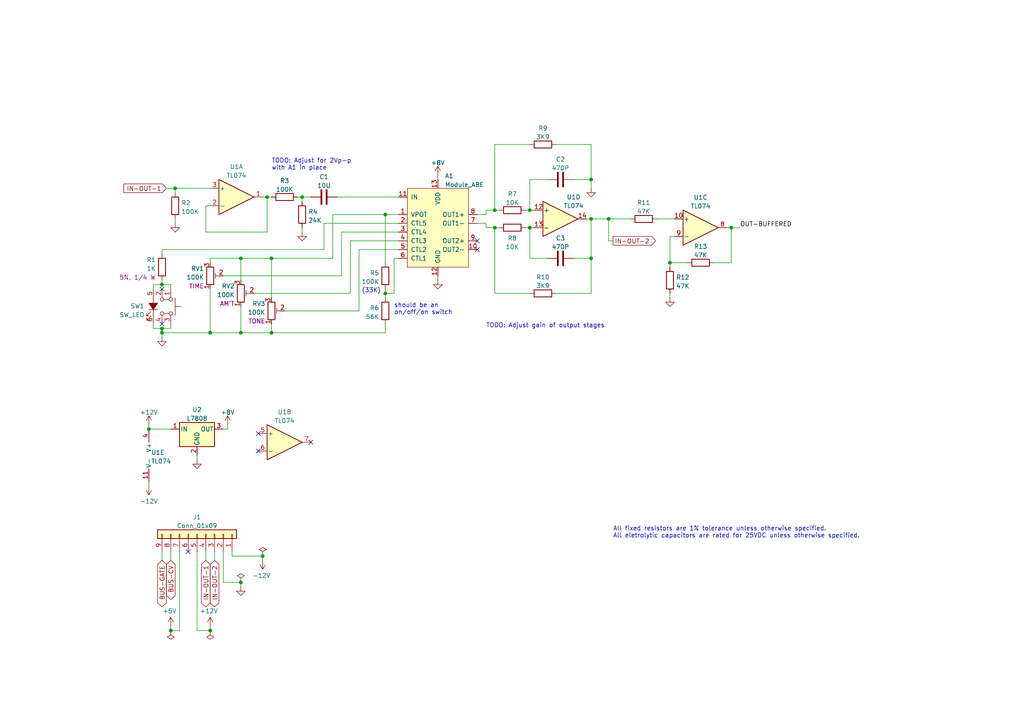
<source format=kicad_sch>
(kicad_sch (version 20211123) (generator eeschema)

  (uuid a1a9a0d8-c6de-418f-9a57-bf7f74b6d401)

  (paper "A4")

  (title_block
    (title "Eurorack ProtoModule")
    (date "2021-10-06")
    (rev "1.0")
    (company "Len Popp")
    (comment 1 "Copyright © 2022 Len Popp CC BY")
    (comment 2 "Circuit design for my custom Eurorack breadboard prototyping module")
  )

  (lib_symbols
    (symbol "-lmp-opamp:TL074" (pin_names (offset 0.127)) (in_bom yes) (on_board yes)
      (property "Reference" "U" (id 0) (at 0 5.08 0)
        (effects (font (size 1.27 1.27)) (justify left))
      )
      (property "Value" "TL074" (id 1) (at 0 -5.08 0)
        (effects (font (size 1.27 1.27)) (justify left))
      )
      (property "Footprint" "Package_DIP:DIP-14_W7.62mm" (id 2) (at -1.27 2.54 0)
        (effects (font (size 1.27 1.27)) hide)
      )
      (property "Datasheet" "http://www.ti.com/lit/ds/symlink/tl071.pdf" (id 3) (at 1.27 5.08 0)
        (effects (font (size 1.27 1.27)) hide)
      )
      (property "Manufacturer" "Texas Instruments" (id 4) (at 0 0 0)
        (effects (font (size 1.27 1.27)) hide)
      )
      (property "ManufacturerPartNum" "TL074BCN" (id 5) (at 0 0 0)
        (effects (font (size 1.27 1.27)) hide)
      )
      (property "Distributor" "Mouser" (id 6) (at 0 0 0)
        (effects (font (size 1.27 1.27)) hide)
      )
      (property "DistributorPartNum" "595-TL074BCN" (id 7) (at 0 0 0)
        (effects (font (size 1.27 1.27)) hide)
      )
      (property "DistributorPartLink" "https://www.mouser.ca/ProductDetail/?qs=vxEfx8VrU7BHurOY5iQdiA%3D%3D" (id 8) (at 0 0 0)
        (effects (font (size 1.27 1.27)) hide)
      )
      (property "ki_locked" "" (id 9) (at 0 0 0)
        (effects (font (size 1.27 1.27)))
      )
      (property "ki_keywords" "quad opamp" (id 10) (at 0 0 0)
        (effects (font (size 1.27 1.27)) hide)
      )
      (property "ki_description" "Quad Low-Noise JFET-Input Operational Amplifiers, DIP-14/SOIC-14" (id 11) (at 0 0 0)
        (effects (font (size 1.27 1.27)) hide)
      )
      (property "ki_fp_filters" "SOIC*3.9x8.7mm*P1.27mm* DIP*W7.62mm* TSSOP*4.4x5mm*P0.65mm* SSOP*5.3x6.2mm*P0.65mm* MSOP*3x3mm*P0.5mm*" (id 12) (at 0 0 0)
        (effects (font (size 1.27 1.27)) hide)
      )
      (symbol "TL074_1_1"
        (polyline
          (pts
            (xy -5.08 5.08)
            (xy 5.08 0)
            (xy -5.08 -5.08)
            (xy -5.08 5.08)
          )
          (stroke (width 0.254) (type default) (color 0 0 0 0))
          (fill (type background))
        )
        (pin output line (at 7.62 0 180) (length 2.54)
          (name "~" (effects (font (size 1.27 1.27))))
          (number "1" (effects (font (size 1.27 1.27))))
        )
        (pin input line (at -7.62 -2.54 0) (length 2.54)
          (name "-" (effects (font (size 1.27 1.27))))
          (number "2" (effects (font (size 1.27 1.27))))
        )
        (pin input line (at -7.62 2.54 0) (length 2.54)
          (name "+" (effects (font (size 1.27 1.27))))
          (number "3" (effects (font (size 1.27 1.27))))
        )
      )
      (symbol "TL074_2_1"
        (polyline
          (pts
            (xy -5.08 5.08)
            (xy 5.08 0)
            (xy -5.08 -5.08)
            (xy -5.08 5.08)
          )
          (stroke (width 0.254) (type default) (color 0 0 0 0))
          (fill (type background))
        )
        (pin input line (at -7.62 2.54 0) (length 2.54)
          (name "+" (effects (font (size 1.27 1.27))))
          (number "5" (effects (font (size 1.27 1.27))))
        )
        (pin input line (at -7.62 -2.54 0) (length 2.54)
          (name "-" (effects (font (size 1.27 1.27))))
          (number "6" (effects (font (size 1.27 1.27))))
        )
        (pin output line (at 7.62 0 180) (length 2.54)
          (name "~" (effects (font (size 1.27 1.27))))
          (number "7" (effects (font (size 1.27 1.27))))
        )
      )
      (symbol "TL074_3_1"
        (polyline
          (pts
            (xy -5.08 5.08)
            (xy 5.08 0)
            (xy -5.08 -5.08)
            (xy -5.08 5.08)
          )
          (stroke (width 0.254) (type default) (color 0 0 0 0))
          (fill (type background))
        )
        (pin input line (at -7.62 2.54 0) (length 2.54)
          (name "+" (effects (font (size 1.27 1.27))))
          (number "10" (effects (font (size 1.27 1.27))))
        )
        (pin output line (at 7.62 0 180) (length 2.54)
          (name "~" (effects (font (size 1.27 1.27))))
          (number "8" (effects (font (size 1.27 1.27))))
        )
        (pin input line (at -7.62 -2.54 0) (length 2.54)
          (name "-" (effects (font (size 1.27 1.27))))
          (number "9" (effects (font (size 1.27 1.27))))
        )
      )
      (symbol "TL074_4_1"
        (polyline
          (pts
            (xy -5.08 5.08)
            (xy 5.08 0)
            (xy -5.08 -5.08)
            (xy -5.08 5.08)
          )
          (stroke (width 0.254) (type default) (color 0 0 0 0))
          (fill (type background))
        )
        (pin input line (at -7.62 2.54 0) (length 2.54)
          (name "+" (effects (font (size 1.27 1.27))))
          (number "12" (effects (font (size 1.27 1.27))))
        )
        (pin input line (at -7.62 -2.54 0) (length 2.54)
          (name "-" (effects (font (size 1.27 1.27))))
          (number "13" (effects (font (size 1.27 1.27))))
        )
        (pin output line (at 7.62 0 180) (length 2.54)
          (name "~" (effects (font (size 1.27 1.27))))
          (number "14" (effects (font (size 1.27 1.27))))
        )
      )
      (symbol "TL074_5_1"
        (pin power_in line (at -2.54 -7.62 90) (length 3.81)
          (name "V-" (effects (font (size 1.27 1.27))))
          (number "11" (effects (font (size 1.27 1.27))))
        )
        (pin power_in line (at -2.54 7.62 270) (length 3.81)
          (name "V+" (effects (font (size 1.27 1.27))))
          (number "4" (effects (font (size 1.27 1.27))))
        )
      )
    )
    (symbol "-lmp-power:+12V" (power) (pin_names (offset 0)) (in_bom yes) (on_board yes)
      (property "Reference" "#PWR" (id 0) (at 0 -3.81 0)
        (effects (font (size 1.27 1.27)) hide)
      )
      (property "Value" "+12V" (id 1) (at 0 3.556 0)
        (effects (font (size 1.27 1.27)))
      )
      (property "Footprint" "" (id 2) (at 0 0 0)
        (effects (font (size 1.27 1.27)) hide)
      )
      (property "Datasheet" "" (id 3) (at 0 0 0)
        (effects (font (size 1.27 1.27)) hide)
      )
      (property "ki_keywords" "power-flag" (id 4) (at 0 0 0)
        (effects (font (size 1.27 1.27)) hide)
      )
      (property "ki_description" "Power symbol creates a global label with name \"+12V\"" (id 5) (at 0 0 0)
        (effects (font (size 1.27 1.27)) hide)
      )
      (symbol "+12V_0_1"
        (polyline
          (pts
            (xy -0.762 1.27)
            (xy 0 2.54)
          )
          (stroke (width 0) (type default) (color 0 0 0 0))
          (fill (type none))
        )
        (polyline
          (pts
            (xy 0 0)
            (xy 0 2.54)
          )
          (stroke (width 0) (type default) (color 0 0 0 0))
          (fill (type none))
        )
        (polyline
          (pts
            (xy 0 2.54)
            (xy 0.762 1.27)
          )
          (stroke (width 0) (type default) (color 0 0 0 0))
          (fill (type none))
        )
      )
      (symbol "+12V_1_1"
        (pin power_in line (at 0 0 90) (length 0) hide
          (name "+12V" (effects (font (size 1.27 1.27))))
          (number "1" (effects (font (size 1.27 1.27))))
        )
      )
    )
    (symbol "-lmp-power:+5V" (power) (pin_names (offset 0)) (in_bom yes) (on_board yes)
      (property "Reference" "#PWR" (id 0) (at 0 -3.81 0)
        (effects (font (size 1.27 1.27)) hide)
      )
      (property "Value" "+5V" (id 1) (at 0 3.556 0)
        (effects (font (size 1.27 1.27)))
      )
      (property "Footprint" "" (id 2) (at 0 0 0)
        (effects (font (size 1.27 1.27)) hide)
      )
      (property "Datasheet" "" (id 3) (at 0 0 0)
        (effects (font (size 1.27 1.27)) hide)
      )
      (property "ki_keywords" "power-flag" (id 4) (at 0 0 0)
        (effects (font (size 1.27 1.27)) hide)
      )
      (property "ki_description" "Power symbol creates a global label with name \"+5V\"" (id 5) (at 0 0 0)
        (effects (font (size 1.27 1.27)) hide)
      )
      (symbol "+5V_0_1"
        (polyline
          (pts
            (xy -0.762 1.27)
            (xy 0 2.54)
          )
          (stroke (width 0) (type default) (color 0 0 0 0))
          (fill (type none))
        )
        (polyline
          (pts
            (xy 0 0)
            (xy 0 2.54)
          )
          (stroke (width 0) (type default) (color 0 0 0 0))
          (fill (type none))
        )
        (polyline
          (pts
            (xy 0 2.54)
            (xy 0.762 1.27)
          )
          (stroke (width 0) (type default) (color 0 0 0 0))
          (fill (type none))
        )
      )
      (symbol "+5V_1_1"
        (pin power_in line (at 0 0 90) (length 0) hide
          (name "+5V" (effects (font (size 1.27 1.27))))
          (number "1" (effects (font (size 1.27 1.27))))
        )
      )
    )
    (symbol "-lmp-power:-12V" (power) (pin_names (offset 0)) (in_bom yes) (on_board yes)
      (property "Reference" "#PWR" (id 0) (at 0 3.81 0)
        (effects (font (size 1.27 1.27)) hide)
      )
      (property "Value" "-12V" (id 1) (at 0 -3.556 0)
        (effects (font (size 1.27 1.27)))
      )
      (property "Footprint" "" (id 2) (at 0 0 0)
        (effects (font (size 1.27 1.27)) hide)
      )
      (property "Datasheet" "" (id 3) (at 0 0 0)
        (effects (font (size 1.27 1.27)) hide)
      )
      (property "ki_keywords" "power-flag" (id 4) (at 0 0 0)
        (effects (font (size 1.27 1.27)) hide)
      )
      (property "ki_description" "Power symbol creates a global label with name \"-12V\"" (id 5) (at 0 0 0)
        (effects (font (size 1.27 1.27)) hide)
      )
      (symbol "-12V_0_1"
        (polyline
          (pts
            (xy -0.762 -1.27)
            (xy 0 -2.54)
          )
          (stroke (width 0) (type default) (color 0 0 0 0))
          (fill (type none))
        )
        (polyline
          (pts
            (xy 0 -2.54)
            (xy 0.762 -1.27)
          )
          (stroke (width 0) (type default) (color 0 0 0 0))
          (fill (type none))
        )
        (polyline
          (pts
            (xy 0 0)
            (xy 0 -2.54)
          )
          (stroke (width 0) (type default) (color 0 0 0 0))
          (fill (type none))
        )
      )
      (symbol "-12V_1_1"
        (pin power_in line (at 0 0 270) (length 0) hide
          (name "-12V" (effects (font (size 1.27 1.27))))
          (number "1" (effects (font (size 1.27 1.27))))
        )
      )
    )
    (symbol "-lmp-power:GND" (power) (pin_numbers hide) (pin_names (offset 0) hide) (in_bom yes) (on_board yes)
      (property "Reference" "#PWR" (id 0) (at 0 -6.35 0)
        (effects (font (size 1.27 1.27)) hide)
      )
      (property "Value" "GND" (id 1) (at 0 -3.81 0)
        (effects (font (size 1.27 1.27)) hide)
      )
      (property "Footprint" "" (id 2) (at 0 0 0)
        (effects (font (size 1.27 1.27)) hide)
      )
      (property "Datasheet" "" (id 3) (at 0 0 0)
        (effects (font (size 1.27 1.27)) hide)
      )
      (property "ki_keywords" "power-flag" (id 4) (at 0 0 0)
        (effects (font (size 1.27 1.27)) hide)
      )
      (property "ki_description" "Power symbol creates a global label with name \"GND\" , ground" (id 5) (at 0 0 0)
        (effects (font (size 1.27 1.27)) hide)
      )
      (symbol "GND_0_1"
        (polyline
          (pts
            (xy 0 0)
            (xy 0 -1.27)
            (xy 1.27 -1.27)
            (xy 0 -2.54)
            (xy -1.27 -1.27)
            (xy 0 -1.27)
          )
          (stroke (width 0) (type default) (color 0 0 0 0))
          (fill (type none))
        )
      )
      (symbol "GND_1_1"
        (pin power_in line (at 0 0 270) (length 0) hide
          (name "GND" (effects (font (size 1.27 1.27))))
          (number "1" (effects (font (size 1.27 1.27))))
        )
      )
    )
    (symbol "-lmp-power:PWR_FLAG" (power) (pin_numbers hide) (pin_names (offset 0) hide) (in_bom yes) (on_board yes)
      (property "Reference" "#FLG" (id 0) (at 0 1.905 0)
        (effects (font (size 1.27 1.27)) hide)
      )
      (property "Value" "PWR_FLAG" (id 1) (at 0 3.81 0)
        (effects (font (size 1.27 1.27)))
      )
      (property "Footprint" "" (id 2) (at 0 0 0)
        (effects (font (size 1.27 1.27)) hide)
      )
      (property "Datasheet" "~" (id 3) (at 0 0 0)
        (effects (font (size 1.27 1.27)) hide)
      )
      (property "ki_keywords" "power-flag" (id 4) (at 0 0 0)
        (effects (font (size 1.27 1.27)) hide)
      )
      (property "ki_description" "Special symbol for telling ERC where power comes from" (id 5) (at 0 0 0)
        (effects (font (size 1.27 1.27)) hide)
      )
      (symbol "PWR_FLAG_0_0"
        (pin power_out line (at 0 0 90) (length 0)
          (name "pwr" (effects (font (size 1.27 1.27))))
          (number "1" (effects (font (size 1.27 1.27))))
        )
      )
      (symbol "PWR_FLAG_0_1"
        (polyline
          (pts
            (xy 0 0)
            (xy 0 1.27)
            (xy -1.016 1.905)
            (xy 0 2.54)
            (xy 1.016 1.905)
            (xy 0 1.27)
          )
          (stroke (width 0) (type default) (color 0 0 0 0))
          (fill (type none))
        )
      )
    )
    (symbol "-lmp-synth:CNP_10U" (pin_numbers hide) (pin_names (offset 0.254)) (in_bom yes) (on_board yes)
      (property "Reference" "C" (id 0) (at 0.635 2.54 0)
        (effects (font (size 1.27 1.27)) (justify left))
      )
      (property "Value" "CNP_10U" (id 1) (at 0.635 -2.54 0)
        (effects (font (size 1.27 1.27)) (justify left))
      )
      (property "Footprint" "-lmp-misc:C_Radial_D5.0mm_H5.0mm_P2.50mm" (id 2) (at 0.9652 -3.81 0)
        (effects (font (size 1.27 1.27)) hide)
      )
      (property "Datasheet" "https://www.mouser.ca/datasheet/2/315/ABA0000C1053-947510.pdf" (id 3) (at 0 0 0)
        (effects (font (size 1.27 1.27)) hide)
      )
      (property "Note" "Non-polarized" (id 4) (at 0 0 0)
        (effects (font (size 1.27 1.27)) hide)
      )
      (property "Manufacturer" "Panasonic" (id 5) (at 0 0 0)
        (effects (font (size 1.27 1.27)) hide)
      )
      (property "ManufacturerPartNum" "ECE-A1EN100UI" (id 6) (at 0 0 0)
        (effects (font (size 1.27 1.27)) hide)
      )
      (property "Distributor" "Mouser" (id 7) (at 0 0 0)
        (effects (font (size 1.27 1.27)) hide)
      )
      (property "DistributorPartNum" "667-ECE-A1EN100UI" (id 8) (at 0 0 0)
        (effects (font (size 1.27 1.27)) hide)
      )
      (property "DistributorPartLink" "https://www.mouser.ca/ProductDetail/Panasonic/ECE-A1EN100UI?qs=0h1gzos03f36mGOUyzNXaA%3D%3D" (id 9) (at 0 0 0)
        (effects (font (size 1.27 1.27)) hide)
      )
      (property "ki_keywords" "cap capacitor non-polarized electrolytic" (id 10) (at 0 0 0)
        (effects (font (size 1.27 1.27)) hide)
      )
      (property "ki_description" "Capacitor - Non-polarized Electrolytic" (id 11) (at 0 0 0)
        (effects (font (size 1.27 1.27)) hide)
      )
      (property "ki_fp_filters" "C_*" (id 12) (at 0 0 0)
        (effects (font (size 1.27 1.27)) hide)
      )
      (symbol "CNP_10U_0_1"
        (polyline
          (pts
            (xy -2.032 -0.762)
            (xy 2.032 -0.762)
          )
          (stroke (width 0.508) (type default) (color 0 0 0 0))
          (fill (type none))
        )
        (polyline
          (pts
            (xy -2.032 0.762)
            (xy 2.032 0.762)
          )
          (stroke (width 0.508) (type default) (color 0 0 0 0))
          (fill (type none))
        )
      )
      (symbol "CNP_10U_1_1"
        (pin passive line (at 0 3.81 270) (length 2.794)
          (name "~" (effects (font (size 1.27 1.27))))
          (number "1" (effects (font (size 1.27 1.27))))
        )
        (pin passive line (at 0 -3.81 90) (length 2.794)
          (name "~" (effects (font (size 1.27 1.27))))
          (number "2" (effects (font (size 1.27 1.27))))
        )
      )
    )
    (symbol "-lmp-synth:Module_ABE" (pin_names (offset 1.016)) (in_bom yes) (on_board yes)
      (property "Reference" "A" (id 0) (at 8.89 12.7 0)
        (effects (font (size 1.27 1.27)) (justify right))
      )
      (property "Value" "Module_ABE" (id 1) (at -8.89 12.7 0)
        (effects (font (size 1.27 1.27)) (justify left))
      )
      (property "Footprint" "-lmp-synth:Module_ABE_Vert" (id 2) (at -12.7 15.875 0)
        (effects (font (size 1.27 1.27)) hide)
      )
      (property "Datasheet" "https://www.tubesandmore.com/sites/default/files/associated_files/p-r-abe.pdf" (id 3) (at -12.7 15.875 0)
        (effects (font (size 1.27 1.27)) hide)
      )
      (property "Manufacturer" "Accu-Bell" (id 4) (at 0 0 0)
        (effects (font (size 1.27 1.27)) hide)
      )
      (property "ManufacturerPartNum" "ABE" (id 5) (at 0 0 0)
        (effects (font (size 1.27 1.27)) hide)
      )
      (property "Distributor" "Antique Electronic Supply" (id 6) (at 0 0 0)
        (effects (font (size 1.27 1.27)) hide)
      )
      (property "DistributorPartNum" "P-R-ABE" (id 7) (at 0 0 0)
        (effects (font (size 1.27 1.27)) hide)
      )
      (property "DistributorPartLink" "https://www.tubesandmore.com/products/dsp-module-abe-accu-bell-effector-3-adjustable-effects" (id 8) (at 0 0 0)
        (effects (font (size 1.27 1.27)) hide)
      )
      (property "ki_keywords" "Accu-Bell Effector effects" (id 9) (at 0 0 0)
        (effects (font (size 1.27 1.27)) hide)
      )
      (property "ki_description" "Accu-Bell Effector digital effects module" (id 10) (at 0 0 0)
        (effects (font (size 1.27 1.27)) hide)
      )
      (symbol "Module_ABE_0_1"
        (rectangle (start -8.89 11.43) (end 8.89 -11.43)
          (stroke (width 0) (type default) (color 0 0 0 0))
          (fill (type background))
        )
        (pin input line (at -11.43 8.89 0) (length 2.54)
          (name "IN" (effects (font (size 1.27 1.27))))
          (number "11" (effects (font (size 1.27 1.27))))
        )
      )
      (symbol "Module_ABE_1_1"
        (pin output line (at -11.43 3.81 0) (length 2.54)
          (name "VPOT" (effects (font (size 1.27 1.27))))
          (number "1" (effects (font (size 1.27 1.27))))
        )
        (pin output line (at 11.43 -6.35 180) (length 2.54)
          (name "OUT2-" (effects (font (size 1.27 1.27))))
          (number "10" (effects (font (size 1.27 1.27))))
        )
        (pin power_in line (at 0 -13.97 90) (length 2.54)
          (name "GND" (effects (font (size 1.27 1.27))))
          (number "12" (effects (font (size 1.27 1.27))))
        )
        (pin power_in line (at 0 13.97 270) (length 2.54)
          (name "VDD" (effects (font (size 1.27 1.27))))
          (number "13" (effects (font (size 1.27 1.27))))
        )
        (pin input line (at -11.43 1.27 0) (length 2.54)
          (name "CTL5" (effects (font (size 1.27 1.27))))
          (number "2" (effects (font (size 1.27 1.27))))
        )
        (pin input line (at -11.43 -1.27 0) (length 2.54)
          (name "CTL4" (effects (font (size 1.27 1.27))))
          (number "3" (effects (font (size 1.27 1.27))))
        )
        (pin input line (at -11.43 -3.81 0) (length 2.54)
          (name "CTL3" (effects (font (size 1.27 1.27))))
          (number "4" (effects (font (size 1.27 1.27))))
        )
        (pin input line (at -11.43 -6.35 0) (length 2.54)
          (name "CTL2" (effects (font (size 1.27 1.27))))
          (number "5" (effects (font (size 1.27 1.27))))
        )
        (pin input line (at -11.43 -8.89 0) (length 2.54)
          (name "CTL1" (effects (font (size 1.27 1.27))))
          (number "6" (effects (font (size 1.27 1.27))))
        )
        (pin output line (at 11.43 1.27 180) (length 2.54)
          (name "OUT1-" (effects (font (size 1.27 1.27))))
          (number "7" (effects (font (size 1.27 1.27))))
        )
        (pin output line (at 11.43 3.81 180) (length 2.54)
          (name "OUT1+" (effects (font (size 1.27 1.27))))
          (number "8" (effects (font (size 1.27 1.27))))
        )
        (pin output line (at 11.43 -3.81 180) (length 2.54)
          (name "OUT2+" (effects (font (size 1.27 1.27))))
          (number "9" (effects (font (size 1.27 1.27))))
        )
      )
    )
    (symbol "-lmp-synth:R_1K_Output" (pin_numbers hide) (pin_names (offset 0)) (in_bom yes) (on_board yes)
      (property "Reference" "R" (id 0) (at -2.286 0 90)
        (effects (font (size 1.27 1.27)))
      )
      (property "Value" "R_1K_Output" (id 1) (at 2.413 0 90)
        (effects (font (size 1.27 1.27)))
      )
      (property "Footprint" "-lmp-misc:R_Axial_DIN0207_L6.3mm_D2.5mm_P10.16mm_Horizontal" (id 2) (at -1.778 0 90)
        (effects (font (size 1.27 1.27)) hide)
      )
      (property "Datasheet" "https://www.mouser.ca/datasheet/2/427/ccf07-1762725.pdf" (id 3) (at 0 0 0)
        (effects (font (size 1.27 1.27)) hide)
      )
      (property "Value2" "5%, 1/4 W" (id 4) (at 4.445 0 90)
        (effects (font (size 1.27 1.27)))
      )
      (property "Note" "Output limiting" (id 5) (at -1.905 -1.905 90)
        (effects (font (size 1.27 1.27)) hide)
      )
      (property "Manufacturer" "Vishay / Dale" (id 6) (at 0 0 0)
        (effects (font (size 1.27 1.27)) hide)
      )
      (property "ManufacturerPartNum" "CCF071K00JKE36" (id 7) (at 0 0 0)
        (effects (font (size 1.27 1.27)) hide)
      )
      (property "Distributor" "Mouser" (id 8) (at -1.905 0 90)
        (effects (font (size 1.27 1.27)) hide)
      )
      (property "DistributorPartNum" "71-CCF071K00JKE36" (id 9) (at 0 0 0)
        (effects (font (size 1.27 1.27)) hide)
      )
      (property "DistributorPartLink" "https://www.mouser.ca/ProductDetail/Vishay-Dale/CCF071K00JKE36?qs=sGAEpiMZZMsPqMdJzcrNwqw41JD0NFylHV1MADcQnpo%3D" (id 10) (at 0 0 0)
        (effects (font (size 1.27 1.27)) hide)
      )
      (property "ki_keywords" "R res resistor" (id 11) (at 0 0 0)
        (effects (font (size 1.27 1.27)) hide)
      )
      (property "ki_description" "Resistor" (id 12) (at 0 0 0)
        (effects (font (size 1.27 1.27)) hide)
      )
      (property "ki_fp_filters" "R_*" (id 13) (at 0 0 0)
        (effects (font (size 1.27 1.27)) hide)
      )
      (symbol "R_1K_Output_0_1"
        (rectangle (start -1.016 -2.54) (end 1.016 2.54)
          (stroke (width 0.254) (type default) (color 0 0 0 0))
          (fill (type none))
        )
      )
      (symbol "R_1K_Output_1_1"
        (pin passive line (at 0 3.81 270) (length 1.27)
          (name "~" (effects (font (size 1.27 1.27))))
          (number "1" (effects (font (size 1.27 1.27))))
        )
        (pin passive line (at 0 -3.81 90) (length 1.27)
          (name "~" (effects (font (size 1.27 1.27))))
          (number "2" (effects (font (size 1.27 1.27))))
        )
      )
    )
    (symbol "-lmp-synth:SW_Push_LED_C&K_D6R" (pin_names (offset 1.016) hide) (in_bom yes) (on_board yes)
      (property "Reference" "SW" (id 0) (at 0.635 5.715 0)
        (effects (font (size 1.27 1.27)) (justify left))
      )
      (property "Value" "SW_Push_LED_C&K_D6R" (id 1) (at -0.0508 -5.9182 0)
        (effects (font (size 1.27 1.27)))
      )
      (property "Footprint" "-lmp-synth:SW_Push_LED_C&K_D6R" (id 2) (at 0 7.62 0)
        (effects (font (size 1.27 1.27)) hide)
      )
      (property "Datasheet" "https://www.mouser.ca/datasheet/2/60/d6-1382571.pdf" (id 3) (at 0 7.62 0)
        (effects (font (size 1.27 1.27)) hide)
      )
      (property "Manufacturer" "C&K" (id 4) (at 0 0 0)
        (effects (font (size 1.27 1.27)) hide)
      )
      (property "ManufacturerPartNum" "D6RLBUF1 LFS" (id 5) (at 0 0 0)
        (effects (font (size 1.27 1.27)) hide)
      )
      (property "Distributor" "Mouser" (id 6) (at 0 0 0)
        (effects (font (size 1.27 1.27)) hide)
      )
      (property "DistributorPartNum" "611-D6RLBUF1LFS" (id 7) (at 0 0 0)
        (effects (font (size 1.27 1.27)) hide)
      )
      (property "DistributorPartLink" "https://www.mouser.co.uk/ProductDetail/CK/D6RLBUF1-LFS?qs=zW32dvEIR3uFcmnP%2FjXwsQ%3D%3D" (id 8) (at 0 0 0)
        (effects (font (size 1.27 1.27)) hide)
      )
      (property "ki_keywords" "switch normally-open pushbutton push-button LED C&K D6R" (id 9) (at 0 0 0)
        (effects (font (size 1.27 1.27)) hide)
      )
      (property "ki_description" "Push button switch with single LED, C&K D6R series" (id 10) (at 0 0 0)
        (effects (font (size 1.27 1.27)) hide)
      )
      (symbol "SW_Push_LED_C&K_D6R_0_0"
        (polyline
          (pts
            (xy -2.54 -2.54)
            (xy 2.54 -2.54)
          )
          (stroke (width 0) (type default) (color 0 0 0 0))
          (fill (type none))
        )
        (polyline
          (pts
            (xy 0.9398 -1.27)
            (xy 0.9398 -3.81)
          )
          (stroke (width 0) (type default) (color 0 0 0 0))
          (fill (type none))
        )
        (polyline
          (pts
            (xy 2.6924 -4.445)
            (xy 1.4224 -3.175)
          )
          (stroke (width 0) (type default) (color 0 0 0 0))
          (fill (type none))
        )
        (polyline
          (pts
            (xy 3.9624 -4.445)
            (xy 2.6924 -3.175)
          )
          (stroke (width 0) (type default) (color 0 0 0 0))
          (fill (type none))
        )
        (polyline
          (pts
            (xy 2.6924 -3.81)
            (xy 2.6924 -4.445)
            (xy 2.0574 -4.445)
          )
          (stroke (width 0) (type default) (color 0 0 0 0))
          (fill (type none))
        )
        (polyline
          (pts
            (xy 3.9624 -3.81)
            (xy 3.9624 -4.445)
            (xy 3.3274 -4.445)
          )
          (stroke (width 0) (type default) (color 0 0 0 0))
          (fill (type none))
        )
        (polyline
          (pts
            (xy 0.9398 -2.54)
            (xy -0.9652 -1.27)
            (xy -0.9652 -3.81)
            (xy 0.9398 -2.54)
          )
          (stroke (width 0) (type default) (color 0 0 0 0))
          (fill (type outline))
        )
      )
      (symbol "SW_Push_LED_C&K_D6R_0_1"
        (circle (center -2.032 2.54) (radius 0.508)
          (stroke (width 0) (type default) (color 0 0 0 0))
          (fill (type none))
        )
        (polyline
          (pts
            (xy -2.032 2.032)
            (xy -2.032 0.508)
          )
          (stroke (width 0) (type default) (color 0 0 0 0))
          (fill (type none))
        )
        (polyline
          (pts
            (xy 0 3.81)
            (xy 0 5.588)
          )
          (stroke (width 0) (type default) (color 0 0 0 0))
          (fill (type none))
        )
        (polyline
          (pts
            (xy 2.032 2.032)
            (xy 2.032 0.508)
          )
          (stroke (width 0) (type default) (color 0 0 0 0))
          (fill (type none))
        )
        (polyline
          (pts
            (xy 2.54 3.81)
            (xy -2.54 3.81)
          )
          (stroke (width 0) (type default) (color 0 0 0 0))
          (fill (type none))
        )
        (circle (center 2.032 2.54) (radius 0.508)
          (stroke (width 0) (type default) (color 0 0 0 0))
          (fill (type none))
        )
        (pin passive line (at -5.08 2.54 0) (length 2.54)
          (name "1" (effects (font (size 1.27 1.27))))
          (number "1" (effects (font (size 1.27 1.27))))
        )
        (pin passive line (at 5.08 2.54 180) (length 2.54)
          (name "3" (effects (font (size 1.27 1.27))))
          (number "3" (effects (font (size 1.27 1.27))))
        )
        (pin passive line (at -5.08 -2.54 0) (length 2.54)
          (name "A" (effects (font (size 1.27 1.27))))
          (number "5" (effects (font (size 1.27 1.27))))
        )
        (pin passive line (at 5.08 -2.54 180) (length 2.54)
          (name "K" (effects (font (size 1.27 1.27))))
          (number "6" (effects (font (size 1.27 1.27))))
        )
      )
      (symbol "SW_Push_LED_C&K_D6R_1_1"
        (circle (center -2.032 0) (radius 0.508)
          (stroke (width 0) (type default) (color 0 0 0 0))
          (fill (type none))
        )
        (circle (center 2.032 0) (radius 0.508)
          (stroke (width 0) (type default) (color 0 0 0 0))
          (fill (type none))
        )
        (pin passive line (at -5.08 0 0) (length 2.54)
          (name "2" (effects (font (size 1.27 1.27))))
          (number "2" (effects (font (size 1.27 1.27))))
        )
        (pin passive line (at 5.08 0 180) (length 2.54)
          (name "4" (effects (font (size 1.27 1.27))))
          (number "4" (effects (font (size 1.27 1.27))))
        )
      )
    )
    (symbol "-lmp:CC" (pin_numbers hide) (pin_names (offset 0.254)) (in_bom yes) (on_board yes)
      (property "Reference" "C" (id 0) (at 0.635 2.54 0)
        (effects (font (size 1.27 1.27)) (justify left))
      )
      (property "Value" "CC" (id 1) (at 0.635 -2.54 0)
        (effects (font (size 1.27 1.27)) (justify left))
      )
      (property "Footprint" "" (id 2) (at 0.9652 -3.81 0)
        (effects (font (size 1.27 1.27)) hide)
      )
      (property "Datasheet" "~" (id 3) (at 0 0 0)
        (effects (font (size 1.27 1.27)) hide)
      )
      (property "ki_keywords" "cap capacitor ceramic" (id 4) (at 0 0 0)
        (effects (font (size 1.27 1.27)) hide)
      )
      (property "ki_description" "Capacitor - Ceramic" (id 5) (at 0 0 0)
        (effects (font (size 1.27 1.27)) hide)
      )
      (property "ki_fp_filters" "C_*" (id 6) (at 0 0 0)
        (effects (font (size 1.27 1.27)) hide)
      )
      (symbol "CC_0_1"
        (polyline
          (pts
            (xy -2.032 -0.762)
            (xy 2.032 -0.762)
          )
          (stroke (width 0.508) (type default) (color 0 0 0 0))
          (fill (type none))
        )
        (polyline
          (pts
            (xy -2.032 0.762)
            (xy 2.032 0.762)
          )
          (stroke (width 0.508) (type default) (color 0 0 0 0))
          (fill (type none))
        )
      )
      (symbol "CC_1_1"
        (pin passive line (at 0 3.81 270) (length 2.794)
          (name "~" (effects (font (size 1.27 1.27))))
          (number "1" (effects (font (size 1.27 1.27))))
        )
        (pin passive line (at 0 -3.81 90) (length 2.794)
          (name "~" (effects (font (size 1.27 1.27))))
          (number "2" (effects (font (size 1.27 1.27))))
        )
      )
    )
    (symbol "-lmp:R_1%_0W166" (pin_numbers hide) (pin_names (offset 0)) (in_bom yes) (on_board yes)
      (property "Reference" "R" (id 0) (at -2.286 0 90)
        (effects (font (size 1.27 1.27)))
      )
      (property "Value" "R_1%_0W166" (id 1) (at 2.413 0 90)
        (effects (font (size 1.27 1.27)))
      )
      (property "Footprint" "-lmp-misc:R_Axial_DIN0207_L6.3mm_D2.5mm_P7.62mm_Horizontal" (id 2) (at -1.778 0 90)
        (effects (font (size 1.27 1.27)) hide)
      )
      (property "Datasheet" "https://www.mouser.ca/datasheet/2/447/Yageo_LR_MFR_1-1714151.pdf" (id 3) (at 0 0 0)
        (effects (font (size 1.27 1.27)) hide)
      )
      (property "Manufacturer" "YAGEO" (id 4) (at 0 0 0)
        (effects (font (size 1.27 1.27)) hide)
      )
      (property "ManufacturerPartNum" "MFR-12*" (id 5) (at 0 0 0)
        (effects (font (size 1.27 1.27)) hide)
      )
      (property "Distributor" "Mouser" (id 6) (at 0 0 0)
        (effects (font (size 1.27 1.27)) hide)
      )
      (property "DistributorPartNum" "603-MFR-12*" (id 7) (at 0 0 0)
        (effects (font (size 1.27 1.27)) hide)
      )
      (property "DistributorPartLink" "https://www.mouser.ca/c/?m=YAGEO&power+rating=166+mW+(1%2f6+W)&tolerance=1+%25&instock=y" (id 8) (at 0 0 0)
        (effects (font (size 1.27 1.27)) hide)
      )
      (property "Value2" "1%, 1/6 W" (id 9) (at 4.953 0 90)
        (effects (font (size 1.27 1.27)) hide)
      )
      (property "ki_keywords" "R res resistor" (id 10) (at 0 0 0)
        (effects (font (size 1.27 1.27)) hide)
      )
      (property "ki_description" "Resistor" (id 11) (at 0 0 0)
        (effects (font (size 1.27 1.27)) hide)
      )
      (property "ki_fp_filters" "R_*" (id 12) (at 0 0 0)
        (effects (font (size 1.27 1.27)) hide)
      )
      (symbol "R_1%_0W166_0_1"
        (rectangle (start -1.016 -2.54) (end 1.016 2.54)
          (stroke (width 0.254) (type default) (color 0 0 0 0))
          (fill (type none))
        )
      )
      (symbol "R_1%_0W166_1_1"
        (pin passive line (at 0 3.81 270) (length 1.27)
          (name "~" (effects (font (size 1.27 1.27))))
          (number "1" (effects (font (size 1.27 1.27))))
        )
        (pin passive line (at 0 -3.81 90) (length 1.27)
          (name "~" (effects (font (size 1.27 1.27))))
          (number "2" (effects (font (size 1.27 1.27))))
        )
      )
    )
    (symbol "-lmp:R_POT_TRIM" (pin_names (offset 1.016) hide) (in_bom yes) (on_board yes)
      (property "Reference" "RV" (id 0) (at -6.858 0 90)
        (effects (font (size 1.27 1.27)))
      )
      (property "Value" "R_POT_TRIM" (id 1) (at -4.953 0 90)
        (effects (font (size 1.27 1.27)))
      )
      (property "Footprint" "-lmp-misc:Potentiometer_Bourns_3386P_Top" (id 2) (at 0 0 0)
        (effects (font (size 1.27 1.27)) hide)
      )
      (property "Datasheet" "https://www.mouser.ca/datasheet/2/54/3386-776606.pdf" (id 3) (at 0 0 0)
        (effects (font (size 1.27 1.27)) hide)
      )
      (property "Label" "[label]" (id 4) (at -2.921 0 90)
        (effects (font (size 1.27 1.27)))
      )
      (property "Manufacturer" "Bourns" (id 5) (at 0 0 0)
        (effects (font (size 1.27 1.27)) hide)
      )
      (property "ManufacturerPartNum" "3386*" (id 6) (at 0 0 0)
        (effects (font (size 1.27 1.27)) hide)
      )
      (property "Distributor" "Mouser" (id 7) (at 0 0 0)
        (effects (font (size 1.27 1.27)) hide)
      )
      (property "DistributorPartNum" "652-3386*" (id 8) (at 0 0 0)
        (effects (font (size 1.27 1.27)) hide)
      )
      (property "DistributorPartLink" "https://www.mouser.ca/c/passive-components/resistors/variable-resistors/trimmer-resistors-through-hole/?number+of+turns=1&series=3386&instock=y" (id 9) (at 0 0 0)
        (effects (font (size 1.27 1.27)) hide)
      )
      (property "ki_keywords" "resistor variable trimpot trimmer" (id 10) (at 0 0 0)
        (effects (font (size 1.27 1.27)) hide)
      )
      (property "ki_description" "Trim-potentiometer" (id 11) (at 0 0 0)
        (effects (font (size 1.27 1.27)) hide)
      )
      (property "ki_fp_filters" "Potentiometer*" (id 12) (at 0 0 0)
        (effects (font (size 1.27 1.27)) hide)
      )
      (symbol "R_POT_TRIM_0_1"
        (polyline
          (pts
            (xy 1.524 0.762)
            (xy 1.524 -0.762)
          )
          (stroke (width 0) (type default) (color 0 0 0 0))
          (fill (type none))
        )
        (polyline
          (pts
            (xy 2.54 0)
            (xy 1.524 0)
          )
          (stroke (width 0) (type default) (color 0 0 0 0))
          (fill (type none))
        )
        (rectangle (start 1.016 2.54) (end -1.016 -2.54)
          (stroke (width 0.254) (type default) (color 0 0 0 0))
          (fill (type none))
        )
      )
      (symbol "R_POT_TRIM_1_1"
        (pin passive line (at 0 3.81 270) (length 1.27)
          (name "1" (effects (font (size 1.27 1.27))))
          (number "1" (effects (font (size 1.27 1.27))))
        )
        (pin passive line (at 3.81 0 180) (length 1.27)
          (name "2" (effects (font (size 1.27 1.27))))
          (number "2" (effects (font (size 1.27 1.27))))
        )
        (pin passive line (at 0 -3.81 90) (length 1.27)
          (name "3" (effects (font (size 1.27 1.27))))
          (number "3" (effects (font (size 1.27 1.27))))
        )
      )
    )
    (symbol "Connector_Generic:Conn_01x09" (pin_names (offset 1.016) hide) (in_bom yes) (on_board yes)
      (property "Reference" "J" (id 0) (at 0 12.7 0)
        (effects (font (size 1.27 1.27)))
      )
      (property "Value" "Conn_01x09" (id 1) (at 0 -12.7 0)
        (effects (font (size 1.27 1.27)))
      )
      (property "Footprint" "" (id 2) (at 0 0 0)
        (effects (font (size 1.27 1.27)) hide)
      )
      (property "Datasheet" "~" (id 3) (at 0 0 0)
        (effects (font (size 1.27 1.27)) hide)
      )
      (property "ki_keywords" "connector" (id 4) (at 0 0 0)
        (effects (font (size 1.27 1.27)) hide)
      )
      (property "ki_description" "Generic connector, single row, 01x09, script generated (kicad-library-utils/schlib/autogen/connector/)" (id 5) (at 0 0 0)
        (effects (font (size 1.27 1.27)) hide)
      )
      (property "ki_fp_filters" "Connector*:*_1x??_*" (id 6) (at 0 0 0)
        (effects (font (size 1.27 1.27)) hide)
      )
      (symbol "Conn_01x09_1_1"
        (rectangle (start -1.27 -10.033) (end 0 -10.287)
          (stroke (width 0.1524) (type default) (color 0 0 0 0))
          (fill (type none))
        )
        (rectangle (start -1.27 -7.493) (end 0 -7.747)
          (stroke (width 0.1524) (type default) (color 0 0 0 0))
          (fill (type none))
        )
        (rectangle (start -1.27 -4.953) (end 0 -5.207)
          (stroke (width 0.1524) (type default) (color 0 0 0 0))
          (fill (type none))
        )
        (rectangle (start -1.27 -2.413) (end 0 -2.667)
          (stroke (width 0.1524) (type default) (color 0 0 0 0))
          (fill (type none))
        )
        (rectangle (start -1.27 0.127) (end 0 -0.127)
          (stroke (width 0.1524) (type default) (color 0 0 0 0))
          (fill (type none))
        )
        (rectangle (start -1.27 2.667) (end 0 2.413)
          (stroke (width 0.1524) (type default) (color 0 0 0 0))
          (fill (type none))
        )
        (rectangle (start -1.27 5.207) (end 0 4.953)
          (stroke (width 0.1524) (type default) (color 0 0 0 0))
          (fill (type none))
        )
        (rectangle (start -1.27 7.747) (end 0 7.493)
          (stroke (width 0.1524) (type default) (color 0 0 0 0))
          (fill (type none))
        )
        (rectangle (start -1.27 10.287) (end 0 10.033)
          (stroke (width 0.1524) (type default) (color 0 0 0 0))
          (fill (type none))
        )
        (rectangle (start -1.27 11.43) (end 1.27 -11.43)
          (stroke (width 0.254) (type default) (color 0 0 0 0))
          (fill (type background))
        )
        (pin passive line (at -5.08 10.16 0) (length 3.81)
          (name "Pin_1" (effects (font (size 1.27 1.27))))
          (number "1" (effects (font (size 1.27 1.27))))
        )
        (pin passive line (at -5.08 7.62 0) (length 3.81)
          (name "Pin_2" (effects (font (size 1.27 1.27))))
          (number "2" (effects (font (size 1.27 1.27))))
        )
        (pin passive line (at -5.08 5.08 0) (length 3.81)
          (name "Pin_3" (effects (font (size 1.27 1.27))))
          (number "3" (effects (font (size 1.27 1.27))))
        )
        (pin passive line (at -5.08 2.54 0) (length 3.81)
          (name "Pin_4" (effects (font (size 1.27 1.27))))
          (number "4" (effects (font (size 1.27 1.27))))
        )
        (pin passive line (at -5.08 0 0) (length 3.81)
          (name "Pin_5" (effects (font (size 1.27 1.27))))
          (number "5" (effects (font (size 1.27 1.27))))
        )
        (pin passive line (at -5.08 -2.54 0) (length 3.81)
          (name "Pin_6" (effects (font (size 1.27 1.27))))
          (number "6" (effects (font (size 1.27 1.27))))
        )
        (pin passive line (at -5.08 -5.08 0) (length 3.81)
          (name "Pin_7" (effects (font (size 1.27 1.27))))
          (number "7" (effects (font (size 1.27 1.27))))
        )
        (pin passive line (at -5.08 -7.62 0) (length 3.81)
          (name "Pin_8" (effects (font (size 1.27 1.27))))
          (number "8" (effects (font (size 1.27 1.27))))
        )
        (pin passive line (at -5.08 -10.16 0) (length 3.81)
          (name "Pin_9" (effects (font (size 1.27 1.27))))
          (number "9" (effects (font (size 1.27 1.27))))
        )
      )
    )
    (symbol "Regulator_Linear:L7808" (pin_names (offset 0.254)) (in_bom yes) (on_board yes)
      (property "Reference" "U" (id 0) (at -3.81 3.175 0)
        (effects (font (size 1.27 1.27)))
      )
      (property "Value" "L7808" (id 1) (at 0 3.175 0)
        (effects (font (size 1.27 1.27)) (justify left))
      )
      (property "Footprint" "" (id 2) (at 0.635 -3.81 0)
        (effects (font (size 1.27 1.27) italic) (justify left) hide)
      )
      (property "Datasheet" "http://www.st.com/content/ccc/resource/technical/document/datasheet/41/4f/b3/b0/12/d4/47/88/CD00000444.pdf/files/CD00000444.pdf/jcr:content/translations/en.CD00000444.pdf" (id 3) (at 0 -1.27 0)
        (effects (font (size 1.27 1.27)) hide)
      )
      (property "ki_keywords" "Voltage Regulator 1.5A Positive" (id 4) (at 0 0 0)
        (effects (font (size 1.27 1.27)) hide)
      )
      (property "ki_description" "Positive 1.5A 35V Linear Regulator, Fixed Output 8V, TO-220/TO-263/TO-252" (id 5) (at 0 0 0)
        (effects (font (size 1.27 1.27)) hide)
      )
      (property "ki_fp_filters" "TO?252* TO?263* TO?220*" (id 6) (at 0 0 0)
        (effects (font (size 1.27 1.27)) hide)
      )
      (symbol "L7808_0_1"
        (rectangle (start -5.08 1.905) (end 5.08 -5.08)
          (stroke (width 0.254) (type default) (color 0 0 0 0))
          (fill (type background))
        )
      )
      (symbol "L7808_1_1"
        (pin power_in line (at -7.62 0 0) (length 2.54)
          (name "IN" (effects (font (size 1.27 1.27))))
          (number "1" (effects (font (size 1.27 1.27))))
        )
        (pin power_in line (at 0 -7.62 90) (length 2.54)
          (name "GND" (effects (font (size 1.27 1.27))))
          (number "2" (effects (font (size 1.27 1.27))))
        )
        (pin power_out line (at 7.62 0 180) (length 2.54)
          (name "OUT" (effects (font (size 1.27 1.27))))
          (number "3" (effects (font (size 1.27 1.27))))
        )
      )
    )
    (symbol "power:+8V" (power) (pin_names (offset 0)) (in_bom yes) (on_board yes)
      (property "Reference" "#PWR" (id 0) (at 0 -3.81 0)
        (effects (font (size 1.27 1.27)) hide)
      )
      (property "Value" "+8V" (id 1) (at 0 3.556 0)
        (effects (font (size 1.27 1.27)))
      )
      (property "Footprint" "" (id 2) (at 0 0 0)
        (effects (font (size 1.27 1.27)) hide)
      )
      (property "Datasheet" "" (id 3) (at 0 0 0)
        (effects (font (size 1.27 1.27)) hide)
      )
      (property "ki_keywords" "power-flag" (id 4) (at 0 0 0)
        (effects (font (size 1.27 1.27)) hide)
      )
      (property "ki_description" "Power symbol creates a global label with name \"+8V\"" (id 5) (at 0 0 0)
        (effects (font (size 1.27 1.27)) hide)
      )
      (symbol "+8V_0_1"
        (polyline
          (pts
            (xy -0.762 1.27)
            (xy 0 2.54)
          )
          (stroke (width 0) (type default) (color 0 0 0 0))
          (fill (type none))
        )
        (polyline
          (pts
            (xy 0 0)
            (xy 0 2.54)
          )
          (stroke (width 0) (type default) (color 0 0 0 0))
          (fill (type none))
        )
        (polyline
          (pts
            (xy 0 2.54)
            (xy 0.762 1.27)
          )
          (stroke (width 0) (type default) (color 0 0 0 0))
          (fill (type none))
        )
      )
      (symbol "+8V_1_1"
        (pin power_in line (at 0 0 90) (length 0) hide
          (name "+8V" (effects (font (size 1.27 1.27))))
          (number "1" (effects (font (size 1.27 1.27))))
        )
      )
    )
  )

  (junction (at 143.51 60.96) (diameter 0) (color 0 0 0 0)
    (uuid 054cd36f-7a19-4872-9906-6ae285bee2a9)
  )
  (junction (at 171.45 63.5) (diameter 0) (color 0 0 0 0)
    (uuid 09b41076-e6e0-4d16-a612-d314f8dc1839)
  )
  (junction (at 111.76 85.09) (diameter 0) (color 0 0 0 0)
    (uuid 0c3f08f9-553b-4f7e-bc89-8a73cbf1642e)
  )
  (junction (at 171.45 52.07) (diameter 0) (color 0 0 0 0)
    (uuid 269cf0b5-ed54-418f-9437-f4aae2c2fbff)
  )
  (junction (at 153.67 60.96) (diameter 0) (color 0 0 0 0)
    (uuid 2c422355-348f-41cd-ae63-c038ed237ee2)
  )
  (junction (at 69.85 96.52) (diameter 0) (color 0 0 0 0)
    (uuid 53fd6066-22ba-4e53-a4d5-6110d02c0fc7)
  )
  (junction (at 212.09 66.04) (diameter 0) (color 0 0 0 0)
    (uuid 57fee561-c777-4f45-b2d5-3c4463f0ffa8)
  )
  (junction (at 69.85 74.93) (diameter 0) (color 0 0 0 0)
    (uuid 58157741-1ab9-4af8-a52c-972d3b24f487)
  )
  (junction (at 194.31 76.2) (diameter 0) (color 0 0 0 0)
    (uuid 59982b81-c782-4f6d-9ef0-b2e136678468)
  )
  (junction (at 171.45 74.93) (diameter 0) (color 0 0 0 0)
    (uuid 59aeaf7e-f3f5-4480-bc6d-2f98a9047825)
  )
  (junction (at 46.99 96.52) (diameter 0) (color 0 0 0 0)
    (uuid 64145e1c-df09-4293-9e9b-efe6e0dd8f13)
  )
  (junction (at 46.99 82.55) (diameter 0) (color 0 0 0 0)
    (uuid 6f69e86b-c1d8-4bf0-9fdf-6c1e6927f0b2)
  )
  (junction (at 87.63 57.15) (diameter 0) (color 0 0 0 0)
    (uuid 76aca84b-af5a-4208-9360-e9e2f42069ad)
  )
  (junction (at 69.85 168.91) (diameter 0) (color 0 0 0 0)
    (uuid 7ea85228-de9d-46bb-aa3c-34dfb8e54239)
  )
  (junction (at 60.96 182.88) (diameter 0) (color 0 0 0 0)
    (uuid 83c70ce6-e441-4b07-80a6-2f5fb8a6492d)
  )
  (junction (at 143.51 66.04) (diameter 0) (color 0 0 0 0)
    (uuid 85b31a26-4188-416a-bcb3-c3de2c6c741a)
  )
  (junction (at 78.74 74.93) (diameter 0) (color 0 0 0 0)
    (uuid 87901649-4c53-45cc-a20a-aac81bc6365e)
  )
  (junction (at 111.76 62.23) (diameter 0) (color 0 0 0 0)
    (uuid 936227e4-44c2-47a2-895f-febda22f9996)
  )
  (junction (at 153.67 66.04) (diameter 0) (color 0 0 0 0)
    (uuid acbfdf92-0b09-4d74-b106-3f5ff67936d7)
  )
  (junction (at 43.18 124.46) (diameter 0) (color 0 0 0 0)
    (uuid b9b00e92-bdba-4b3a-bf36-fdb35a6297ba)
  )
  (junction (at 78.74 96.52) (diameter 0) (color 0 0 0 0)
    (uuid c2b4b292-4136-4914-907e-74af89428f10)
  )
  (junction (at 77.47 57.15) (diameter 0) (color 0 0 0 0)
    (uuid cd49b93f-6bd0-4937-b599-00e2da3fc297)
  )
  (junction (at 60.96 96.52) (diameter 0) (color 0 0 0 0)
    (uuid cdba091c-66f7-4bff-bdce-0fedd52b01b6)
  )
  (junction (at 76.2 161.29) (diameter 0) (color 0 0 0 0)
    (uuid d1038279-4eb4-4065-836c-dbd8cfc6d4a4)
  )
  (junction (at 46.99 95.25) (diameter 0) (color 0 0 0 0)
    (uuid da1a9be1-e153-48b8-b052-cd2fe43350ba)
  )
  (junction (at 49.53 182.88) (diameter 0) (color 0 0 0 0)
    (uuid e06225e3-eb34-4222-b283-4c5fa1a14550)
  )
  (junction (at 50.8 54.61) (diameter 0) (color 0 0 0 0)
    (uuid e2c383df-ed27-4759-a6d2-b2a4c8c65d4e)
  )
  (junction (at 176.53 63.5) (diameter 0) (color 0 0 0 0)
    (uuid e843d45d-8323-4261-af98-e3ceed9e73c0)
  )

  (no_connect (at 74.93 130.81) (uuid 4ffc9579-0302-4ebb-9677-e4c4e2878934))
  (no_connect (at 90.17 128.27) (uuid 4ffc9579-0302-4ebb-9677-e4c4e2878935))
  (no_connect (at 74.93 125.73) (uuid 4ffc9579-0302-4ebb-9677-e4c4e2878936))
  (no_connect (at 54.61 160.02) (uuid 90a74f5e-7380-4ff0-bb5e-d9d5841f174b))
  (no_connect (at 138.43 69.85) (uuid 934157ab-2711-4498-9c27-c042d11903b7))
  (no_connect (at 138.43 72.39) (uuid 934157ab-2711-4498-9c27-c042d11903b8))
  (no_connect (at 46.99 93.98) (uuid b87feb91-45ad-4d3d-802e-f345952443ed))
  (no_connect (at 46.99 83.82) (uuid b87feb91-45ad-4d3d-802e-f345952443ee))

  (wire (pts (xy 154.94 66.04) (xy 153.67 66.04))
    (stroke (width 0) (type default) (color 0 0 0 0))
    (uuid 05d2f77b-2341-43e0-b517-4c89288565fe)
  )
  (wire (pts (xy 194.31 76.2) (xy 194.31 77.47))
    (stroke (width 0) (type default) (color 0 0 0 0))
    (uuid 06b03c62-40c4-48fc-b2a3-4832484399a7)
  )
  (wire (pts (xy 46.99 72.39) (xy 93.98 72.39))
    (stroke (width 0) (type default) (color 0 0 0 0))
    (uuid 06ecc2c9-a4f3-4147-82c2-e551f0ef0253)
  )
  (wire (pts (xy 44.45 95.25) (xy 46.99 95.25))
    (stroke (width 0) (type default) (color 0 0 0 0))
    (uuid 09875a19-a7c1-4c44-99a4-f78d8e056ef4)
  )
  (wire (pts (xy 46.99 72.39) (xy 46.99 73.66))
    (stroke (width 0) (type default) (color 0 0 0 0))
    (uuid 0aba664d-1985-47f4-8b1f-6b45a9ed1260)
  )
  (wire (pts (xy 43.18 124.46) (xy 49.53 124.46))
    (stroke (width 0) (type default) (color 0 0 0 0))
    (uuid 0b994e42-6df8-45a6-a558-4c6123198ca2)
  )
  (wire (pts (xy 87.63 58.42) (xy 87.63 57.15))
    (stroke (width 0) (type default) (color 0 0 0 0))
    (uuid 0db49795-f873-49ff-b58a-261a47b515d8)
  )
  (wire (pts (xy 111.76 83.82) (xy 111.76 85.09))
    (stroke (width 0) (type default) (color 0 0 0 0))
    (uuid 0dcb3fa1-b83e-409c-961a-8e25893a9b25)
  )
  (wire (pts (xy 43.18 123.19) (xy 43.18 124.46))
    (stroke (width 0) (type default) (color 0 0 0 0))
    (uuid 0f4b9ee7-d951-48c0-ba47-518143e09264)
  )
  (wire (pts (xy 140.97 60.96) (xy 143.51 60.96))
    (stroke (width 0) (type default) (color 0 0 0 0))
    (uuid 14c6dd30-856b-42e6-b92c-a227af5bba1d)
  )
  (wire (pts (xy 171.45 52.07) (xy 171.45 54.61))
    (stroke (width 0) (type default) (color 0 0 0 0))
    (uuid 15358253-05a6-48af-97e1-d4a250cf85fa)
  )
  (wire (pts (xy 59.69 160.02) (xy 59.69 162.56))
    (stroke (width 0) (type default) (color 0 0 0 0))
    (uuid 15f06c58-f54a-4e99-8411-3b02ee2b6d87)
  )
  (wire (pts (xy 111.76 93.98) (xy 111.76 96.52))
    (stroke (width 0) (type default) (color 0 0 0 0))
    (uuid 1616bd3f-34ad-4a85-ad9c-12638dd5ae3b)
  )
  (wire (pts (xy 171.45 74.93) (xy 171.45 85.09))
    (stroke (width 0) (type default) (color 0 0 0 0))
    (uuid 165fa6e7-b35b-43ba-8a3d-4faf74fad9bf)
  )
  (wire (pts (xy 49.53 182.88) (xy 52.07 182.88))
    (stroke (width 0) (type default) (color 0 0 0 0))
    (uuid 16a7e0a2-3e0c-4e8d-a95d-0aa2745b5fd4)
  )
  (wire (pts (xy 176.53 63.5) (xy 182.88 63.5))
    (stroke (width 0) (type default) (color 0 0 0 0))
    (uuid 176b61ab-9319-4991-b892-155fe9054ee2)
  )
  (wire (pts (xy 143.51 41.91) (xy 153.67 41.91))
    (stroke (width 0) (type default) (color 0 0 0 0))
    (uuid 17c6736f-5d05-49a9-be0d-b4b501ed202a)
  )
  (wire (pts (xy 77.47 57.15) (xy 77.47 67.31))
    (stroke (width 0) (type default) (color 0 0 0 0))
    (uuid 19553176-78c7-4a77-8c11-0b2a6c6ad2c6)
  )
  (wire (pts (xy 67.31 161.29) (xy 76.2 161.29))
    (stroke (width 0) (type default) (color 0 0 0 0))
    (uuid 1b59498e-fed4-40a3-97df-2886f1711aad)
  )
  (wire (pts (xy 78.74 74.93) (xy 96.52 74.93))
    (stroke (width 0) (type default) (color 0 0 0 0))
    (uuid 1beeb80e-0ba7-41b4-8eaa-d770443749ac)
  )
  (wire (pts (xy 115.57 74.93) (xy 114.3 74.93))
    (stroke (width 0) (type default) (color 0 0 0 0))
    (uuid 1d2dcba0-f893-48aa-a014-0af7badfcfc8)
  )
  (wire (pts (xy 76.2 57.15) (xy 77.47 57.15))
    (stroke (width 0) (type default) (color 0 0 0 0))
    (uuid 1e84c9ba-a24c-40c8-8fb0-ff2facc84dc4)
  )
  (wire (pts (xy 166.37 52.07) (xy 171.45 52.07))
    (stroke (width 0) (type default) (color 0 0 0 0))
    (uuid 1f90039a-8828-4ff7-bafe-afed2eb737da)
  )
  (wire (pts (xy 60.96 74.93) (xy 69.85 74.93))
    (stroke (width 0) (type default) (color 0 0 0 0))
    (uuid 1ffbeabc-d89c-4b47-9948-3d09612e6cd1)
  )
  (wire (pts (xy 76.2 161.29) (xy 76.2 162.56))
    (stroke (width 0) (type default) (color 0 0 0 0))
    (uuid 205abb1a-e53d-43ca-8aa5-51b63e522399)
  )
  (wire (pts (xy 144.78 66.04) (xy 143.51 66.04))
    (stroke (width 0) (type default) (color 0 0 0 0))
    (uuid 22b6dad9-89a8-438a-9a93-10c71834f29b)
  )
  (wire (pts (xy 210.82 66.04) (xy 212.09 66.04))
    (stroke (width 0) (type default) (color 0 0 0 0))
    (uuid 266a5497-36e5-4fd4-9cba-ea0559f77cd5)
  )
  (wire (pts (xy 140.97 62.23) (xy 140.97 60.96))
    (stroke (width 0) (type default) (color 0 0 0 0))
    (uuid 29bce1d6-4dbc-4aa8-96a4-156f06eca6e6)
  )
  (wire (pts (xy 46.99 95.25) (xy 49.53 95.25))
    (stroke (width 0) (type default) (color 0 0 0 0))
    (uuid 2af2155f-7195-4352-a2be-0e7a9cf2d13f)
  )
  (wire (pts (xy 64.77 80.01) (xy 99.06 80.01))
    (stroke (width 0) (type default) (color 0 0 0 0))
    (uuid 300cb1f0-d766-4232-8863-28681f9af15e)
  )
  (wire (pts (xy 111.76 85.09) (xy 111.76 86.36))
    (stroke (width 0) (type default) (color 0 0 0 0))
    (uuid 34948c72-242d-465a-a3c8-e955df021650)
  )
  (wire (pts (xy 194.31 68.58) (xy 195.58 68.58))
    (stroke (width 0) (type default) (color 0 0 0 0))
    (uuid 3511ced9-8e31-43ca-9c57-af3da14a23db)
  )
  (wire (pts (xy 69.85 74.93) (xy 69.85 81.28))
    (stroke (width 0) (type default) (color 0 0 0 0))
    (uuid 354205d9-9cfa-463f-b93f-930ea0b511bc)
  )
  (wire (pts (xy 171.45 63.5) (xy 176.53 63.5))
    (stroke (width 0) (type default) (color 0 0 0 0))
    (uuid 38a527bd-6ec6-49e8-b5a0-bef0281c3da4)
  )
  (wire (pts (xy 77.47 67.31) (xy 59.69 67.31))
    (stroke (width 0) (type default) (color 0 0 0 0))
    (uuid 3ecb3697-2e28-4a77-9a1e-f35abc1a8bd4)
  )
  (wire (pts (xy 49.53 181.61) (xy 49.53 182.88))
    (stroke (width 0) (type default) (color 0 0 0 0))
    (uuid 429879b2-b02e-428e-aa75-e3e41021046f)
  )
  (wire (pts (xy 87.63 57.15) (xy 86.36 57.15))
    (stroke (width 0) (type default) (color 0 0 0 0))
    (uuid 4a71bdc9-705f-45ba-bc69-53a25d25805b)
  )
  (wire (pts (xy 161.29 85.09) (xy 171.45 85.09))
    (stroke (width 0) (type default) (color 0 0 0 0))
    (uuid 4a723cff-b1ce-4501-9a7b-b23fb7128b91)
  )
  (wire (pts (xy 171.45 74.93) (xy 166.37 74.93))
    (stroke (width 0) (type default) (color 0 0 0 0))
    (uuid 4e3b0f85-5c4e-4dff-ac28-41f9046d0677)
  )
  (wire (pts (xy 114.3 85.09) (xy 111.76 85.09))
    (stroke (width 0) (type default) (color 0 0 0 0))
    (uuid 520fdce2-dda2-4cbb-b376-4bee71bb711c)
  )
  (wire (pts (xy 69.85 74.93) (xy 78.74 74.93))
    (stroke (width 0) (type default) (color 0 0 0 0))
    (uuid 527189a2-bd47-4d60-bb4c-d32824c56609)
  )
  (wire (pts (xy 52.07 182.88) (xy 52.07 160.02))
    (stroke (width 0) (type default) (color 0 0 0 0))
    (uuid 529203ba-fbff-4f97-b041-152e441619f5)
  )
  (wire (pts (xy 49.53 83.82) (xy 49.53 82.55))
    (stroke (width 0) (type default) (color 0 0 0 0))
    (uuid 5355e00b-2e34-42f1-a326-2adbbe471d11)
  )
  (wire (pts (xy 57.15 182.88) (xy 60.96 182.88))
    (stroke (width 0) (type default) (color 0 0 0 0))
    (uuid 554b8be7-1943-45a4-a457-6b2d60ac1024)
  )
  (wire (pts (xy 143.51 66.04) (xy 143.51 85.09))
    (stroke (width 0) (type default) (color 0 0 0 0))
    (uuid 5561b0c8-213a-49fb-a3bf-801de5f770db)
  )
  (wire (pts (xy 153.67 66.04) (xy 152.4 66.04))
    (stroke (width 0) (type default) (color 0 0 0 0))
    (uuid 57257bce-e248-40b6-bf94-3b2e1ebef57f)
  )
  (wire (pts (xy 62.23 162.56) (xy 62.23 160.02))
    (stroke (width 0) (type default) (color 0 0 0 0))
    (uuid 57d975d4-6607-4de8-909d-121b06b236cd)
  )
  (wire (pts (xy 111.76 62.23) (xy 111.76 76.2))
    (stroke (width 0) (type default) (color 0 0 0 0))
    (uuid 585464fb-371a-40f3-8dc3-b97ed091506d)
  )
  (wire (pts (xy 115.57 67.31) (xy 99.06 67.31))
    (stroke (width 0) (type default) (color 0 0 0 0))
    (uuid 5bb6b45a-6a6b-4ba5-856d-014c44d91e74)
  )
  (wire (pts (xy 153.67 60.96) (xy 154.94 60.96))
    (stroke (width 0) (type default) (color 0 0 0 0))
    (uuid 5dde84ee-266a-456e-85de-78c17f4e3057)
  )
  (wire (pts (xy 212.09 66.04) (xy 212.09 76.2))
    (stroke (width 0) (type default) (color 0 0 0 0))
    (uuid 5fb56ed1-daaa-4129-9fb8-064dd64e34ea)
  )
  (wire (pts (xy 127 80.01) (xy 127 81.28))
    (stroke (width 0) (type default) (color 0 0 0 0))
    (uuid 601c6a04-3443-44f4-86a0-25367e748545)
  )
  (wire (pts (xy 66.04 124.46) (xy 64.77 124.46))
    (stroke (width 0) (type default) (color 0 0 0 0))
    (uuid 62b8b9b8-d9ea-44ce-8cce-5046af3b4e9a)
  )
  (wire (pts (xy 161.29 41.91) (xy 171.45 41.91))
    (stroke (width 0) (type default) (color 0 0 0 0))
    (uuid 638fa4fb-e1eb-4630-a875-85f3700e7b3f)
  )
  (wire (pts (xy 46.99 82.55) (xy 44.45 82.55))
    (stroke (width 0) (type default) (color 0 0 0 0))
    (uuid 64e6d96b-7ba9-4ee3-8781-01ca8efc6b93)
  )
  (wire (pts (xy 104.14 90.17) (xy 104.14 72.39))
    (stroke (width 0) (type default) (color 0 0 0 0))
    (uuid 65bd12eb-c456-47bd-8488-96fadb5c8c4d)
  )
  (wire (pts (xy 46.99 95.25) (xy 46.99 96.52))
    (stroke (width 0) (type default) (color 0 0 0 0))
    (uuid 6715f1d6-b63e-4a35-a7d0-636ea2d714bb)
  )
  (wire (pts (xy 93.98 64.77) (xy 93.98 72.39))
    (stroke (width 0) (type default) (color 0 0 0 0))
    (uuid 676b8322-df17-41f4-b67e-15da1e986606)
  )
  (wire (pts (xy 111.76 96.52) (xy 78.74 96.52))
    (stroke (width 0) (type default) (color 0 0 0 0))
    (uuid 67e64a04-befa-49ef-bafd-d67f31ef0222)
  )
  (wire (pts (xy 66.04 123.19) (xy 66.04 124.46))
    (stroke (width 0) (type default) (color 0 0 0 0))
    (uuid 689fc3b6-5158-4b4e-97d4-8af331c95c34)
  )
  (wire (pts (xy 99.06 67.31) (xy 99.06 80.01))
    (stroke (width 0) (type default) (color 0 0 0 0))
    (uuid 690cb439-8dfe-4888-ad47-2afa80327787)
  )
  (wire (pts (xy 138.43 64.77) (xy 140.97 64.77))
    (stroke (width 0) (type default) (color 0 0 0 0))
    (uuid 6a485807-5075-4e5f-b57f-a6abcb0e72e5)
  )
  (wire (pts (xy 73.66 85.09) (xy 101.6 85.09))
    (stroke (width 0) (type default) (color 0 0 0 0))
    (uuid 6ada09e8-43e6-4337-9b25-9f7b7c5eda9c)
  )
  (wire (pts (xy 152.4 60.96) (xy 153.67 60.96))
    (stroke (width 0) (type default) (color 0 0 0 0))
    (uuid 6af00c4f-fa82-4984-9b30-199fcb8ec02e)
  )
  (wire (pts (xy 115.57 64.77) (xy 93.98 64.77))
    (stroke (width 0) (type default) (color 0 0 0 0))
    (uuid 6b4a2bd8-0e0b-4691-978b-d1b0123db8c3)
  )
  (wire (pts (xy 67.31 161.29) (xy 67.31 160.02))
    (stroke (width 0) (type default) (color 0 0 0 0))
    (uuid 6c027193-51a5-47ee-909d-a5cb24c49931)
  )
  (wire (pts (xy 143.51 41.91) (xy 143.51 60.96))
    (stroke (width 0) (type default) (color 0 0 0 0))
    (uuid 71db5617-7254-4e10-9809-6920f65c5293)
  )
  (wire (pts (xy 49.53 95.25) (xy 49.53 93.98))
    (stroke (width 0) (type default) (color 0 0 0 0))
    (uuid 7522a048-2837-4992-8f94-debab7e3dea4)
  )
  (wire (pts (xy 69.85 168.91) (xy 64.77 168.91))
    (stroke (width 0) (type default) (color 0 0 0 0))
    (uuid 78eaf86f-e933-4844-b00d-e0b3fe26d052)
  )
  (wire (pts (xy 143.51 85.09) (xy 153.67 85.09))
    (stroke (width 0) (type default) (color 0 0 0 0))
    (uuid 79dbe9af-79de-425f-b49a-2e048e3a2503)
  )
  (wire (pts (xy 50.8 55.88) (xy 50.8 54.61))
    (stroke (width 0) (type default) (color 0 0 0 0))
    (uuid 7e7cd1ba-88e0-4590-937e-3da3b4c56cac)
  )
  (wire (pts (xy 138.43 62.23) (xy 140.97 62.23))
    (stroke (width 0) (type default) (color 0 0 0 0))
    (uuid 80ec6318-2385-475a-84a9-38eab59d9bb1)
  )
  (wire (pts (xy 153.67 66.04) (xy 153.67 74.93))
    (stroke (width 0) (type default) (color 0 0 0 0))
    (uuid 82c0d406-ed44-4f9a-800c-b86c6e0fb887)
  )
  (wire (pts (xy 82.55 90.17) (xy 104.14 90.17))
    (stroke (width 0) (type default) (color 0 0 0 0))
    (uuid 8336739d-4573-4dd4-9560-cd842df918de)
  )
  (wire (pts (xy 212.09 66.04) (xy 214.63 66.04))
    (stroke (width 0) (type default) (color 0 0 0 0))
    (uuid 83439ca8-93b8-4e70-ae26-c1950a58a400)
  )
  (wire (pts (xy 78.74 74.93) (xy 78.74 86.36))
    (stroke (width 0) (type default) (color 0 0 0 0))
    (uuid 851c4b84-fe99-4bc5-8180-738050bf7fc7)
  )
  (wire (pts (xy 78.74 96.52) (xy 69.85 96.52))
    (stroke (width 0) (type default) (color 0 0 0 0))
    (uuid 8a41e253-1f88-4baa-8789-8bf1688ca6c5)
  )
  (wire (pts (xy 101.6 85.09) (xy 101.6 69.85))
    (stroke (width 0) (type default) (color 0 0 0 0))
    (uuid 8e6196e7-eede-4266-abe0-16f7bdc06830)
  )
  (wire (pts (xy 170.18 63.5) (xy 171.45 63.5))
    (stroke (width 0) (type default) (color 0 0 0 0))
    (uuid 8e8939ad-6dcf-4bce-ac36-438a7ba88e2b)
  )
  (wire (pts (xy 50.8 54.61) (xy 60.96 54.61))
    (stroke (width 0) (type default) (color 0 0 0 0))
    (uuid 981f0a11-7b7d-4287-92a1-97b9d7de945c)
  )
  (wire (pts (xy 59.69 59.69) (xy 60.96 59.69))
    (stroke (width 0) (type default) (color 0 0 0 0))
    (uuid 99cc56f2-1246-4226-8a0c-9288d868b481)
  )
  (wire (pts (xy 49.53 160.02) (xy 49.53 162.56))
    (stroke (width 0) (type default) (color 0 0 0 0))
    (uuid 9bdeda29-d138-4c87-b429-3ac24826c6e2)
  )
  (wire (pts (xy 60.96 74.93) (xy 60.96 76.2))
    (stroke (width 0) (type default) (color 0 0 0 0))
    (uuid 9be3e976-4658-49c4-94d0-2e21420771ca)
  )
  (wire (pts (xy 69.85 88.9) (xy 69.85 96.52))
    (stroke (width 0) (type default) (color 0 0 0 0))
    (uuid 9d561098-ac71-4ddc-928b-5994da4967fc)
  )
  (wire (pts (xy 104.14 72.39) (xy 115.57 72.39))
    (stroke (width 0) (type default) (color 0 0 0 0))
    (uuid a18562f9-2371-41c0-8084-d00a7dcd2f0e)
  )
  (wire (pts (xy 171.45 63.5) (xy 171.45 74.93))
    (stroke (width 0) (type default) (color 0 0 0 0))
    (uuid a27c3b53-9cb0-408d-9d9e-842ae958450c)
  )
  (wire (pts (xy 153.67 52.07) (xy 158.75 52.07))
    (stroke (width 0) (type default) (color 0 0 0 0))
    (uuid a3675f14-2181-4a45-84c6-0608196d311d)
  )
  (wire (pts (xy 127 50.8) (xy 127 52.07))
    (stroke (width 0) (type default) (color 0 0 0 0))
    (uuid a3731ac2-971b-46a1-bdd9-9905e839c0ae)
  )
  (wire (pts (xy 69.85 96.52) (xy 60.96 96.52))
    (stroke (width 0) (type default) (color 0 0 0 0))
    (uuid a4071c37-9402-44e2-bf93-94c9a124e90b)
  )
  (wire (pts (xy 140.97 64.77) (xy 140.97 66.04))
    (stroke (width 0) (type default) (color 0 0 0 0))
    (uuid a41b80cf-a5b5-43fa-abda-5e66255b04e5)
  )
  (wire (pts (xy 78.74 93.98) (xy 78.74 96.52))
    (stroke (width 0) (type default) (color 0 0 0 0))
    (uuid a5f74515-cc04-42f7-a9bc-1f443ccb76eb)
  )
  (wire (pts (xy 44.45 93.98) (xy 44.45 95.25))
    (stroke (width 0) (type default) (color 0 0 0 0))
    (uuid a7e0f509-7fa1-47ab-8fcc-457290707d2a)
  )
  (wire (pts (xy 96.52 62.23) (xy 111.76 62.23))
    (stroke (width 0) (type default) (color 0 0 0 0))
    (uuid a8616be1-9fef-40fc-912e-ae7d3778e851)
  )
  (wire (pts (xy 60.96 181.61) (xy 60.96 182.88))
    (stroke (width 0) (type default) (color 0 0 0 0))
    (uuid aa79643c-4152-4c50-aba6-7db5a76f9181)
  )
  (wire (pts (xy 101.6 69.85) (xy 115.57 69.85))
    (stroke (width 0) (type default) (color 0 0 0 0))
    (uuid aa99e531-4417-41ab-9895-e0ee4b27cd1f)
  )
  (wire (pts (xy 199.39 76.2) (xy 194.31 76.2))
    (stroke (width 0) (type default) (color 0 0 0 0))
    (uuid abeb78b3-ccd8-41f9-8ae2-8a5d1032232d)
  )
  (wire (pts (xy 50.8 64.77) (xy 50.8 63.5))
    (stroke (width 0) (type default) (color 0 0 0 0))
    (uuid ad7b6898-144e-49c8-b519-8b5426ce61ec)
  )
  (wire (pts (xy 97.79 57.15) (xy 115.57 57.15))
    (stroke (width 0) (type default) (color 0 0 0 0))
    (uuid b04f071b-596a-42c3-942f-4b9671e5970d)
  )
  (wire (pts (xy 212.09 76.2) (xy 207.01 76.2))
    (stroke (width 0) (type default) (color 0 0 0 0))
    (uuid b26a2829-dff8-4b20-b992-1d7427686e16)
  )
  (wire (pts (xy 153.67 60.96) (xy 153.67 52.07))
    (stroke (width 0) (type default) (color 0 0 0 0))
    (uuid b528d68f-ac65-45e0-90fb-2c6eec0b62ea)
  )
  (wire (pts (xy 87.63 57.15) (xy 90.17 57.15))
    (stroke (width 0) (type default) (color 0 0 0 0))
    (uuid ba52370c-5777-44fd-bf27-e6770732e212)
  )
  (wire (pts (xy 78.74 57.15) (xy 77.47 57.15))
    (stroke (width 0) (type default) (color 0 0 0 0))
    (uuid bac3598c-eae7-46f6-9d21-4ea2e1d09886)
  )
  (wire (pts (xy 176.53 63.5) (xy 176.53 69.85))
    (stroke (width 0) (type default) (color 0 0 0 0))
    (uuid bb952a8f-4773-48e8-92b8-dd18b3cf6495)
  )
  (wire (pts (xy 48.26 54.61) (xy 50.8 54.61))
    (stroke (width 0) (type default) (color 0 0 0 0))
    (uuid c5925c0c-fcff-4851-a3f1-4603fd0f224a)
  )
  (wire (pts (xy 114.3 74.93) (xy 114.3 85.09))
    (stroke (width 0) (type default) (color 0 0 0 0))
    (uuid c5eca6d5-9129-4196-be17-b5b7ca075ce4)
  )
  (wire (pts (xy 59.69 67.31) (xy 59.69 59.69))
    (stroke (width 0) (type default) (color 0 0 0 0))
    (uuid c9af8841-e810-4289-8b0e-0d3332f2b2df)
  )
  (wire (pts (xy 60.96 83.82) (xy 60.96 96.52))
    (stroke (width 0) (type default) (color 0 0 0 0))
    (uuid ca9d11a0-cc00-4ca3-90ba-958e70d7d9bd)
  )
  (wire (pts (xy 46.99 162.56) (xy 46.99 160.02))
    (stroke (width 0) (type default) (color 0 0 0 0))
    (uuid cb381139-6573-4e1a-a168-3c5ba08b42e2)
  )
  (wire (pts (xy 158.75 74.93) (xy 153.67 74.93))
    (stroke (width 0) (type default) (color 0 0 0 0))
    (uuid cc71243d-f597-46f3-94ea-8b0fbb5b59a8)
  )
  (wire (pts (xy 46.99 81.28) (xy 46.99 82.55))
    (stroke (width 0) (type default) (color 0 0 0 0))
    (uuid d0d67156-6f43-4b11-9cd0-3f09912b3205)
  )
  (wire (pts (xy 171.45 41.91) (xy 171.45 52.07))
    (stroke (width 0) (type default) (color 0 0 0 0))
    (uuid d181c113-eac3-4b1b-8349-d1e431f7d369)
  )
  (wire (pts (xy 87.63 67.31) (xy 87.63 66.04))
    (stroke (width 0) (type default) (color 0 0 0 0))
    (uuid d7ff01c1-8011-48fd-99eb-9a9f49b67403)
  )
  (wire (pts (xy 140.97 66.04) (xy 143.51 66.04))
    (stroke (width 0) (type default) (color 0 0 0 0))
    (uuid da7bffa7-cf05-4ccf-9d7a-2dd285da9649)
  )
  (wire (pts (xy 143.51 60.96) (xy 144.78 60.96))
    (stroke (width 0) (type default) (color 0 0 0 0))
    (uuid df78d935-c358-4d3a-91cf-6e81f51dea7a)
  )
  (wire (pts (xy 46.99 96.52) (xy 60.96 96.52))
    (stroke (width 0) (type default) (color 0 0 0 0))
    (uuid e114b15c-7db4-4129-96f3-993d5074765e)
  )
  (wire (pts (xy 44.45 82.55) (xy 44.45 83.82))
    (stroke (width 0) (type default) (color 0 0 0 0))
    (uuid e4ec1c6f-8c5c-497f-9dd3-f2e34a99d47c)
  )
  (wire (pts (xy 194.31 85.09) (xy 194.31 86.36))
    (stroke (width 0) (type default) (color 0 0 0 0))
    (uuid e6d2972c-6dd5-41af-a449-b5170a28f701)
  )
  (wire (pts (xy 190.5 63.5) (xy 195.58 63.5))
    (stroke (width 0) (type default) (color 0 0 0 0))
    (uuid e85da8dc-8d45-492e-ab33-cefc22710595)
  )
  (wire (pts (xy 69.85 170.18) (xy 69.85 168.91))
    (stroke (width 0) (type default) (color 0 0 0 0))
    (uuid e8706f54-c7a3-4555-82cd-9229fecbdb14)
  )
  (wire (pts (xy 57.15 160.02) (xy 57.15 182.88))
    (stroke (width 0) (type default) (color 0 0 0 0))
    (uuid eaabaedd-2c12-4bc6-baad-1eeb19b7d0ae)
  )
  (wire (pts (xy 49.53 82.55) (xy 46.99 82.55))
    (stroke (width 0) (type default) (color 0 0 0 0))
    (uuid eee53626-b4b2-47bf-8dc4-17b52fc73bbc)
  )
  (wire (pts (xy 43.18 139.7) (xy 43.18 140.97))
    (stroke (width 0) (type default) (color 0 0 0 0))
    (uuid f08f3032-65b5-4515-988a-c8f04121ad21)
  )
  (wire (pts (xy 96.52 74.93) (xy 96.52 62.23))
    (stroke (width 0) (type default) (color 0 0 0 0))
    (uuid f25f1c18-a3a9-4f4c-92b9-f8f7075ee02b)
  )
  (wire (pts (xy 177.8 69.85) (xy 176.53 69.85))
    (stroke (width 0) (type default) (color 0 0 0 0))
    (uuid f30b4a17-115f-4aa6-8bb7-b721651557cd)
  )
  (wire (pts (xy 46.99 96.52) (xy 46.99 97.79))
    (stroke (width 0) (type default) (color 0 0 0 0))
    (uuid f4fd2d74-c590-40da-a549-c6246cef0241)
  )
  (wire (pts (xy 111.76 62.23) (xy 115.57 62.23))
    (stroke (width 0) (type default) (color 0 0 0 0))
    (uuid f903303d-f9db-4f0c-a42d-9f10e87cae39)
  )
  (wire (pts (xy 194.31 76.2) (xy 194.31 68.58))
    (stroke (width 0) (type default) (color 0 0 0 0))
    (uuid fa1259d2-1f95-41d4-b89a-adbee9f43b37)
  )
  (wire (pts (xy 64.77 160.02) (xy 64.77 168.91))
    (stroke (width 0) (type default) (color 0 0 0 0))
    (uuid faeb5b72-ca69-4936-8963-e27b1abea091)
  )
  (wire (pts (xy 57.15 132.08) (xy 57.15 133.35))
    (stroke (width 0) (type default) (color 0 0 0 0))
    (uuid fe99e45b-0b3e-48e4-a14e-4c83635451fb)
  )

  (text "(33K)" (at 110.49 85.09 180)
    (effects (font (size 1.27 1.27)) (justify right bottom))
    (uuid 3ac947ec-7b8c-4b36-a741-2b2d72079d9d)
  )
  (text "TODO: Adjust for 2Vp-p \nwith A1 in place" (at 78.74 49.53 0)
    (effects (font (size 1.27 1.27)) (justify left bottom))
    (uuid 7d77bfd9-9669-4fb4-9c3e-3d8f70646a55)
  )
  (text "All fixed resistors are 1% tolerance unless otherwise specified.\nAll eletrolytic capacitors are rated for 25VDC unless otherwise specified."
    (at 177.8 156.21 0)
    (effects (font (size 1.27 1.27)) (justify left bottom))
    (uuid 97954bdd-6f0e-481b-b33b-a2801266daa9)
  )
  (text "should be an \non/off/on switch" (at 114.3 91.44 0)
    (effects (font (size 1.27 1.27)) (justify left bottom))
    (uuid e2f8bf7c-e267-4879-8077-0d6e78f9f182)
  )
  (text "TODO: Adjust gain of output stages" (at 140.97 95.25 0)
    (effects (font (size 1.27 1.27)) (justify left bottom))
    (uuid fb6fcce6-1de2-437b-ada6-64795644d220)
  )

  (label "OUT-BUFFERED" (at 214.63 66.04 0)
    (effects (font (size 1.27 1.27)) (justify left bottom))
    (uuid a81953b2-adf8-4602-98b2-1e6feeabbd6e)
  )

  (global_label "BUS-CV" (shape bidirectional) (at 49.53 162.56 270) (fields_autoplaced)
    (effects (font (size 1.27 1.27)) (justify right))
    (uuid 349eabd2-9157-4e6f-84c8-33beed084473)
    (property "Intersheet References" "${INTERSHEET_REFS}" (id 0) (at -35.56 35.56 0)
      (effects (font (size 1.27 1.27)) (justify left) hide)
    )
  )
  (global_label "BUS-GATE" (shape bidirectional) (at 46.99 162.56 270) (fields_autoplaced)
    (effects (font (size 1.27 1.27)) (justify right))
    (uuid 6ff2874f-e693-46ee-9e7b-44354f6e5884)
    (property "Intersheet References" "${INTERSHEET_REFS}" (id 0) (at -35.56 35.56 0)
      (effects (font (size 1.27 1.27)) (justify left) hide)
    )
  )
  (global_label "IN-OUT-2" (shape output) (at 177.8 69.85 0) (fields_autoplaced)
    (effects (font (size 1.27 1.27)) (justify left))
    (uuid 951d0c41-5c86-45d1-8b98-6abe06f09a2e)
    (property "Intersheet References" "${INTERSHEET_REFS}" (id 0) (at 190.0423 69.7706 0)
      (effects (font (size 1.27 1.27)) (justify left) hide)
    )
  )
  (global_label "IN-OUT-1" (shape bidirectional) (at 59.69 162.56 270) (fields_autoplaced)
    (effects (font (size 1.27 1.27)) (justify right))
    (uuid bd8354e6-6367-4dcd-aa20-50a90c915d71)
    (property "Intersheet References" "${INTERSHEET_REFS}" (id 0) (at -35.56 35.56 0)
      (effects (font (size 1.27 1.27)) (justify left) hide)
    )
  )
  (global_label "IN-OUT-1" (shape input) (at 48.26 54.61 180) (fields_autoplaced)
    (effects (font (size 1.27 1.27)) (justify right))
    (uuid d9333be4-b237-4ff7-8cab-ab7488037d41)
    (property "Intersheet References" "${INTERSHEET_REFS}" (id 0) (at 36.0177 54.5306 0)
      (effects (font (size 1.27 1.27)) (justify right) hide)
    )
  )
  (global_label "IN-OUT-2" (shape bidirectional) (at 62.23 162.56 270) (fields_autoplaced)
    (effects (font (size 1.27 1.27)) (justify right))
    (uuid ef9ab9de-65de-453b-92d1-8911d65e0733)
    (property "Intersheet References" "${INTERSHEET_REFS}" (id 0) (at -35.56 35.56 0)
      (effects (font (size 1.27 1.27)) (justify left) hide)
    )
  )

  (symbol (lib_id "-lmp-power:GND") (at 69.85 170.18 0) (mirror y) (unit 1)
    (in_bom yes) (on_board yes)
    (uuid 00000000-0000-0000-0000-000060c80bf1)
    (property "Reference" "#PWR04" (id 0) (at 69.85 176.53 0)
      (effects (font (size 1.27 1.27)) hide)
    )
    (property "Value" "GND" (id 1) (at 69.723 174.5742 0)
      (effects (font (size 1.27 1.27)) hide)
    )
    (property "Footprint" "" (id 2) (at 69.85 170.18 0)
      (effects (font (size 1.27 1.27)) hide)
    )
    (property "Datasheet" "" (id 3) (at 69.85 170.18 0)
      (effects (font (size 1.27 1.27)) hide)
    )
    (pin "1" (uuid e2ec5c16-1e72-4a79-81b2-711742440b39))
  )

  (symbol (lib_id "-lmp-power:+12V") (at 60.96 181.61 0) (mirror y) (unit 1)
    (in_bom yes) (on_board yes)
    (uuid 00000000-0000-0000-0000-000060c86281)
    (property "Reference" "#PWR03" (id 0) (at 60.96 185.42 0)
      (effects (font (size 1.27 1.27)) hide)
    )
    (property "Value" "+12V" (id 1) (at 60.579 177.2158 0))
    (property "Footprint" "" (id 2) (at 60.96 181.61 0)
      (effects (font (size 1.27 1.27)) hide)
    )
    (property "Datasheet" "" (id 3) (at 60.96 181.61 0)
      (effects (font (size 1.27 1.27)) hide)
    )
    (pin "1" (uuid cb9b7848-9d34-4033-abc0-fb3ddbc2d6ee))
  )

  (symbol (lib_id "-lmp-power:-12V") (at 76.2 162.56 0) (mirror y) (unit 1)
    (in_bom yes) (on_board yes)
    (uuid 00000000-0000-0000-0000-000060c864e4)
    (property "Reference" "#PWR05" (id 0) (at 76.2 158.75 0)
      (effects (font (size 1.27 1.27)) hide)
    )
    (property "Value" "-12V" (id 1) (at 75.819 166.9542 0))
    (property "Footprint" "" (id 2) (at 76.2 162.56 0)
      (effects (font (size 1.27 1.27)) hide)
    )
    (property "Datasheet" "" (id 3) (at 76.2 162.56 0)
      (effects (font (size 1.27 1.27)) hide)
    )
    (pin "1" (uuid 295c6d13-2059-4604-98a9-b81bcd528128))
  )

  (symbol (lib_id "-lmp-power:PWR_FLAG") (at 76.2 161.29 0) (mirror y) (unit 1)
    (in_bom yes) (on_board yes)
    (uuid 00000000-0000-0000-0000-000060c8985d)
    (property "Reference" "#FLG04" (id 0) (at 76.2 159.385 0)
      (effects (font (size 1.27 1.27)) hide)
    )
    (property "Value" "PWR_FLAG" (id 1) (at 76.2 156.8958 0)
      (effects (font (size 1.27 1.27)) hide)
    )
    (property "Footprint" "" (id 2) (at 76.2 161.29 0)
      (effects (font (size 1.27 1.27)) hide)
    )
    (property "Datasheet" "~" (id 3) (at 76.2 161.29 0)
      (effects (font (size 1.27 1.27)) hide)
    )
    (pin "1" (uuid 4e8fbe1c-0efa-4d82-afdb-411f88ec8eac))
  )

  (symbol (lib_id "-lmp-power:PWR_FLAG") (at 60.96 182.88 0) (mirror x) (unit 1)
    (in_bom yes) (on_board yes)
    (uuid 00000000-0000-0000-0000-000060c89f71)
    (property "Reference" "#FLG05" (id 0) (at 60.96 184.785 0)
      (effects (font (size 1.27 1.27)) hide)
    )
    (property "Value" "PWR_FLAG" (id 1) (at 60.96 187.2742 0)
      (effects (font (size 1.27 1.27)) hide)
    )
    (property "Footprint" "" (id 2) (at 60.96 182.88 0)
      (effects (font (size 1.27 1.27)) hide)
    )
    (property "Datasheet" "~" (id 3) (at 60.96 182.88 0)
      (effects (font (size 1.27 1.27)) hide)
    )
    (pin "1" (uuid e925a42c-cf60-4902-940a-ecd6ab9743a2))
  )

  (symbol (lib_id "Connector_Generic:Conn_01x09") (at 57.15 154.94 270) (mirror x) (unit 1)
    (in_bom no) (on_board yes) (fields_autoplaced)
    (uuid 00000000-0000-0000-0000-0000615e2370)
    (property "Reference" "J1" (id 0) (at 57.15 149.9702 90))
    (property "Value" "Conn_01x09" (id 1) (at 57.15 152.5071 90))
    (property "Footprint" "Connector_PinHeader_2.54mm:PinHeader_1x09_P2.54mm_Vertical" (id 2) (at 57.15 154.94 0)
      (effects (font (size 1.27 1.27)) hide)
    )
    (property "Datasheet" "~" (id 3) (at 57.15 154.94 0)
      (effects (font (size 1.27 1.27)) hide)
    )
    (pin "1" (uuid 327164a7-bde3-40aa-adf2-70ca6e963d5f))
    (pin "2" (uuid 8d9943a0-30e0-4fcc-926f-acf21b5b98b5))
    (pin "3" (uuid 6de6b1a8-62b8-402a-ac1c-48bdfb0163aa))
    (pin "4" (uuid 0a32f905-3f97-4852-af67-7addb4d70265))
    (pin "5" (uuid 130b9329-4a4c-4794-ac2d-017f1c00c883))
    (pin "6" (uuid 9e3c6631-71f8-40d5-98da-0f0ad50bfdee))
    (pin "7" (uuid 4f3e0480-a16b-40f1-8aa8-17abdd49f8de))
    (pin "8" (uuid a3eb5fff-8b61-445b-97e2-373c87a23cb5))
    (pin "9" (uuid 0bb80455-a1ea-4287-a5e3-1366c4bf5abb))
  )

  (symbol (lib_id "-lmp-power:+5V") (at 49.53 181.61 0) (mirror y) (unit 1)
    (in_bom yes) (on_board yes)
    (uuid 00000000-0000-0000-0000-0000615e4967)
    (property "Reference" "#PWR01" (id 0) (at 49.53 185.42 0)
      (effects (font (size 1.27 1.27)) hide)
    )
    (property "Value" "+5V" (id 1) (at 49.149 177.2158 0))
    (property "Footprint" "" (id 2) (at 49.53 181.61 0)
      (effects (font (size 1.27 1.27)) hide)
    )
    (property "Datasheet" "" (id 3) (at 49.53 181.61 0)
      (effects (font (size 1.27 1.27)) hide)
    )
    (pin "1" (uuid 508ac672-4f4a-4781-9c53-b80271b3c07a))
  )

  (symbol (lib_id "-lmp-power:PWR_FLAG") (at 49.53 182.88 0) (mirror x) (unit 1)
    (in_bom yes) (on_board yes)
    (uuid 00000000-0000-0000-0000-0000615e715d)
    (property "Reference" "#FLG02" (id 0) (at 49.53 184.785 0)
      (effects (font (size 1.27 1.27)) hide)
    )
    (property "Value" "PWR_FLAG" (id 1) (at 49.53 187.2742 0)
      (effects (font (size 1.27 1.27)) hide)
    )
    (property "Footprint" "" (id 2) (at 49.53 182.88 0)
      (effects (font (size 1.27 1.27)) hide)
    )
    (property "Datasheet" "~" (id 3) (at 49.53 182.88 0)
      (effects (font (size 1.27 1.27)) hide)
    )
    (pin "1" (uuid 7bca4f9e-b0b4-4c1d-9e2f-67e281cb4cce))
  )

  (symbol (lib_id "-lmp-power:PWR_FLAG") (at 69.85 168.91 0) (mirror y) (unit 1)
    (in_bom yes) (on_board yes)
    (uuid 00000000-0000-0000-0000-0000615e8b96)
    (property "Reference" "#FLG01" (id 0) (at 69.85 167.005 0)
      (effects (font (size 1.27 1.27)) hide)
    )
    (property "Value" "PWR_FLAG" (id 1) (at 69.85 164.5158 0)
      (effects (font (size 1.27 1.27)) hide)
    )
    (property "Footprint" "" (id 2) (at 69.85 168.91 0)
      (effects (font (size 1.27 1.27)) hide)
    )
    (property "Datasheet" "~" (id 3) (at 69.85 168.91 0)
      (effects (font (size 1.27 1.27)) hide)
    )
    (pin "1" (uuid b77e1d5f-840e-4bdf-b3d8-15e289b4eb95))
  )

  (symbol (lib_id "-lmp-power:GND") (at 46.99 97.79 0) (unit 1)
    (in_bom yes) (on_board yes) (fields_autoplaced)
    (uuid 0324de59-b713-4b35-b860-239344e1e7c2)
    (property "Reference" "#PWR02" (id 0) (at 46.99 104.14 0)
      (effects (font (size 1.27 1.27)) hide)
    )
    (property "Value" "GND" (id 1) (at 46.99 101.6 0)
      (effects (font (size 1.27 1.27)) hide)
    )
    (property "Footprint" "" (id 2) (at 46.99 97.79 0)
      (effects (font (size 1.27 1.27)) hide)
    )
    (property "Datasheet" "" (id 3) (at 46.99 97.79 0)
      (effects (font (size 1.27 1.27)) hide)
    )
    (pin "1" (uuid d83173ff-73ad-49fc-b1a1-2f0ed3693dde))
  )

  (symbol (lib_id "-lmp-power:-12V") (at 43.18 140.97 0) (unit 1)
    (in_bom yes) (on_board yes) (fields_autoplaced)
    (uuid 079cc10e-bb10-46b6-be2a-27a7679c4a72)
    (property "Reference" "#PWR012" (id 0) (at 43.18 137.16 0)
      (effects (font (size 1.27 1.27)) hide)
    )
    (property "Value" "-12V" (id 1) (at 43.18 145.4134 0))
    (property "Footprint" "" (id 2) (at 43.18 140.97 0)
      (effects (font (size 1.27 1.27)) hide)
    )
    (property "Datasheet" "" (id 3) (at 43.18 140.97 0)
      (effects (font (size 1.27 1.27)) hide)
    )
    (pin "1" (uuid 77dbec74-8e82-4d14-ae9e-65b4530dd31e))
  )

  (symbol (lib_id "-lmp:R_POT_TRIM") (at 69.85 85.09 0) (mirror x) (unit 1)
    (in_bom yes) (on_board yes) (fields_autoplaced)
    (uuid 1d7df23b-e6f6-4a7f-9601-64615084e50c)
    (property "Reference" "RV2" (id 0) (at 68.072 82.9869 0)
      (effects (font (size 1.27 1.27)) (justify right))
    )
    (property "Value" "100K" (id 1) (at 68.072 85.5238 0)
      (effects (font (size 1.27 1.27)) (justify right))
    )
    (property "Footprint" "-lmp-misc:Potentiometer_Bourns_3310R_Top" (id 2) (at 69.85 85.09 0)
      (effects (font (size 1.27 1.27)) hide)
    )
    (property "Datasheet" "" (id 3) (at 69.85 85.09 0)
      (effects (font (size 1.27 1.27)) hide)
    )
    (property "Label" "AM'T" (id 4) (at 68.072 88.0607 0)
      (effects (font (size 1.27 1.27)) (justify right))
    )
    (pin "1" (uuid 7618acfa-f233-41dc-876b-70ca604c738e))
    (pin "2" (uuid f2bf3d76-5a95-4816-a66c-eadae930f328))
    (pin "3" (uuid 5b46bcd5-4157-42bc-90f3-ed33e47b3ffb))
  )

  (symbol (lib_id "-lmp-power:GND") (at 171.45 54.61 0) (unit 1)
    (in_bom yes) (on_board yes) (fields_autoplaced)
    (uuid 36ece81c-2fd7-440d-a83d-2ce5c949f7e2)
    (property "Reference" "#PWR010" (id 0) (at 171.45 60.96 0)
      (effects (font (size 1.27 1.27)) hide)
    )
    (property "Value" "GND" (id 1) (at 171.45 58.42 0)
      (effects (font (size 1.27 1.27)) hide)
    )
    (property "Footprint" "" (id 2) (at 171.45 54.61 0)
      (effects (font (size 1.27 1.27)) hide)
    )
    (property "Datasheet" "" (id 3) (at 171.45 54.61 0)
      (effects (font (size 1.27 1.27)) hide)
    )
    (pin "1" (uuid 03934f62-eae4-4dc2-944e-22b6ece84cef))
  )

  (symbol (lib_id "-lmp:R_1%_0W166") (at 82.55 57.15 90) (unit 1)
    (in_bom yes) (on_board yes) (fields_autoplaced)
    (uuid 55ba61c6-0011-4fe5-9b14-9d49207738e8)
    (property "Reference" "R3" (id 0) (at 82.55 52.4342 90))
    (property "Value" "100K" (id 1) (at 82.55 54.9711 90))
    (property "Footprint" "-lmp-misc:R_Axial_DIN0207_L6.3mm_D2.5mm_P7.62mm_Horizontal" (id 2) (at 82.55 58.928 90)
      (effects (font (size 1.27 1.27)) hide)
    )
    (property "Datasheet" "https://www.mouser.ca/datasheet/2/447/Yageo_LR_MFR_1-1714151.pdf" (id 3) (at 82.55 57.15 0)
      (effects (font (size 1.27 1.27)) hide)
    )
    (property "Manufacturer" "YAGEO" (id 4) (at 82.55 57.15 0)
      (effects (font (size 1.27 1.27)) hide)
    )
    (property "ManufacturerPartNum" "MFR-12*" (id 5) (at 82.55 57.15 0)
      (effects (font (size 1.27 1.27)) hide)
    )
    (property "Distributor" "Mouser" (id 6) (at 82.55 57.15 0)
      (effects (font (size 1.27 1.27)) hide)
    )
    (property "DistributorPartNum" "603-MFR-12*" (id 7) (at 82.55 57.15 0)
      (effects (font (size 1.27 1.27)) hide)
    )
    (property "DistributorPartLink" "https://www.mouser.ca/c/?m=YAGEO&power+rating=166+mW+(1%2f6+W)&tolerance=1+%25&instock=y" (id 8) (at 82.55 57.15 0)
      (effects (font (size 1.27 1.27)) hide)
    )
    (property "Value2" "1%, 1/6 W" (id 9) (at 82.55 52.197 90)
      (effects (font (size 1.27 1.27)) hide)
    )
    (pin "1" (uuid 31d2ab83-edb9-4708-9af4-cf8a38f3e56d))
    (pin "2" (uuid aad81d59-76e1-4881-8122-c3f5d59a17b2))
  )

  (symbol (lib_id "-lmp-synth:SW_Push_LED_C&K_D6R") (at 46.99 88.9 270) (unit 1)
    (in_bom yes) (on_board yes) (fields_autoplaced)
    (uuid 61d278ff-1f68-4913-805b-3c3c2dc77463)
    (property "Reference" "SW1" (id 0) (at 41.9101 88.7765 90)
      (effects (font (size 1.27 1.27)) (justify right))
    )
    (property "Value" "SW_LED" (id 1) (at 41.9101 91.3134 90)
      (effects (font (size 1.27 1.27)) (justify right))
    )
    (property "Footprint" "-lmp-breakout:Breakout_SW_Push_LED_C&K_D6R" (id 2) (at 54.61 88.9 0)
      (effects (font (size 1.27 1.27)) hide)
    )
    (property "Datasheet" "https://www.mouser.ca/datasheet/2/60/d6-1382571.pdf" (id 3) (at 54.61 88.9 0)
      (effects (font (size 1.27 1.27)) hide)
    )
    (property "Manufacturer" "C&K" (id 4) (at 46.99 88.9 0)
      (effects (font (size 1.27 1.27)) hide)
    )
    (property "ManufacturerPartNum" "D6RLBUF1 LFS" (id 5) (at 46.99 88.9 0)
      (effects (font (size 1.27 1.27)) hide)
    )
    (property "Distributor" "Mouser" (id 6) (at 46.99 88.9 0)
      (effects (font (size 1.27 1.27)) hide)
    )
    (property "DistributorPartNum" "611-D6RLBUF1LFS" (id 7) (at 46.99 88.9 0)
      (effects (font (size 1.27 1.27)) hide)
    )
    (property "DistributorPartLink" "https://www.mouser.co.uk/ProductDetail/CK/D6RLBUF1-LFS?qs=zW32dvEIR3uFcmnP%2FjXwsQ%3D%3D" (id 8) (at 46.99 88.9 0)
      (effects (font (size 1.27 1.27)) hide)
    )
    (pin "1" (uuid bdae0cb4-4479-4482-a148-fa57e4fb289b))
    (pin "3" (uuid 9e1a39e9-e773-4386-bfe0-ba7ce0e043a1))
    (pin "5" (uuid 7cd1c6f6-e959-4bfc-8059-e5e11563de46))
    (pin "6" (uuid d8285055-d8b6-46e9-ae26-9223feeae406))
    (pin "2" (uuid 07290ea8-522a-4861-b0f1-8a8f56d0c8ae))
    (pin "4" (uuid 63e952d4-c351-49d4-86cb-ffa550c6e51d))
  )

  (symbol (lib_id "-lmp:R_1%_0W166") (at 157.48 85.09 90) (unit 1)
    (in_bom yes) (on_board yes) (fields_autoplaced)
    (uuid 6ceb25e8-0eda-43f4-9925-76d518d57ad8)
    (property "Reference" "R10" (id 0) (at 157.48 80.3742 90))
    (property "Value" "3K9" (id 1) (at 157.48 82.9111 90))
    (property "Footprint" "-lmp-stripboard:SB_Gen_2" (id 2) (at 157.48 86.868 90)
      (effects (font (size 1.27 1.27)) hide)
    )
    (property "Datasheet" "https://www.mouser.ca/datasheet/2/447/Yageo_LR_MFR_1-1714151.pdf" (id 3) (at 157.48 85.09 0)
      (effects (font (size 1.27 1.27)) hide)
    )
    (property "Manufacturer" "YAGEO" (id 4) (at 157.48 85.09 0)
      (effects (font (size 1.27 1.27)) hide)
    )
    (property "ManufacturerPartNum" "MFR-12*" (id 5) (at 157.48 85.09 0)
      (effects (font (size 1.27 1.27)) hide)
    )
    (property "Distributor" "Mouser" (id 6) (at 157.48 85.09 0)
      (effects (font (size 1.27 1.27)) hide)
    )
    (property "DistributorPartNum" "603-MFR-12*" (id 7) (at 157.48 85.09 0)
      (effects (font (size 1.27 1.27)) hide)
    )
    (property "DistributorPartLink" "https://www.mouser.ca/c/?m=YAGEO&power+rating=166+mW+(1%2f6+W)&tolerance=1+%25&instock=y" (id 8) (at 157.48 85.09 0)
      (effects (font (size 1.27 1.27)) hide)
    )
    (property "Value2" "1%, 1/6 W" (id 9) (at 157.48 80.137 90)
      (effects (font (size 1.27 1.27)) hide)
    )
    (pin "1" (uuid cc62ea65-507f-48b2-8c25-00b827e3d0fe))
    (pin "2" (uuid 28146c5b-04ec-4e28-a2a1-219150d5e8d8))
  )

  (symbol (lib_id "-lmp-power:GND") (at 50.8 64.77 0) (unit 1)
    (in_bom yes) (on_board yes) (fields_autoplaced)
    (uuid 723e19da-96f7-4a70-811d-b27d5248cf4c)
    (property "Reference" "#PWR06" (id 0) (at 50.8 71.12 0)
      (effects (font (size 1.27 1.27)) hide)
    )
    (property "Value" "GND" (id 1) (at 50.8 68.58 0)
      (effects (font (size 1.27 1.27)) hide)
    )
    (property "Footprint" "" (id 2) (at 50.8 64.77 0)
      (effects (font (size 1.27 1.27)) hide)
    )
    (property "Datasheet" "" (id 3) (at 50.8 64.77 0)
      (effects (font (size 1.27 1.27)) hide)
    )
    (pin "1" (uuid 2b4f9c86-5a60-4a60-9ad1-441826705571))
  )

  (symbol (lib_id "-lmp:R_POT_TRIM") (at 60.96 80.01 0) (mirror x) (unit 1)
    (in_bom yes) (on_board yes) (fields_autoplaced)
    (uuid 75bb53f0-45fd-4e94-a0b7-8d30f2bcdec1)
    (property "Reference" "RV1" (id 0) (at 59.182 77.9069 0)
      (effects (font (size 1.27 1.27)) (justify right))
    )
    (property "Value" "100K" (id 1) (at 59.182 80.4438 0)
      (effects (font (size 1.27 1.27)) (justify right))
    )
    (property "Footprint" "-lmp-misc:Potentiometer_Bourns_3310R_Top" (id 2) (at 60.96 80.01 0)
      (effects (font (size 1.27 1.27)) hide)
    )
    (property "Datasheet" "" (id 3) (at 60.96 80.01 0)
      (effects (font (size 1.27 1.27)) hide)
    )
    (property "Label" "TIME" (id 4) (at 59.182 82.9807 0)
      (effects (font (size 1.27 1.27)) (justify right))
    )
    (pin "1" (uuid 5703dc27-e3ed-417c-8ebe-1b860275c7e6))
    (pin "2" (uuid eca42d4c-328b-46d7-b3cd-890b8a164ea7))
    (pin "3" (uuid 84b96665-ddc1-4fd3-bf78-12e9c62d2add))
  )

  (symbol (lib_id "-lmp:R_1%_0W166") (at 111.76 80.01 180) (unit 1)
    (in_bom yes) (on_board yes) (fields_autoplaced)
    (uuid 7678a7b5-d68c-4a66-b1ea-8073fd816814)
    (property "Reference" "R5" (id 0) (at 109.982 79.1753 0)
      (effects (font (size 1.27 1.27)) (justify left))
    )
    (property "Value" "100K" (id 1) (at 109.982 81.7122 0)
      (effects (font (size 1.27 1.27)) (justify left))
    )
    (property "Footprint" "-lmp-stripboard:SB_Gen_5" (id 2) (at 113.538 80.01 90)
      (effects (font (size 1.27 1.27)) hide)
    )
    (property "Datasheet" "https://www.mouser.ca/datasheet/2/447/Yageo_LR_MFR_1-1714151.pdf" (id 3) (at 111.76 80.01 0)
      (effects (font (size 1.27 1.27)) hide)
    )
    (property "Manufacturer" "YAGEO" (id 4) (at 111.76 80.01 0)
      (effects (font (size 1.27 1.27)) hide)
    )
    (property "ManufacturerPartNum" "MFR-12*" (id 5) (at 111.76 80.01 0)
      (effects (font (size 1.27 1.27)) hide)
    )
    (property "Distributor" "Mouser" (id 6) (at 111.76 80.01 0)
      (effects (font (size 1.27 1.27)) hide)
    )
    (property "DistributorPartNum" "603-MFR-12*" (id 7) (at 111.76 80.01 0)
      (effects (font (size 1.27 1.27)) hide)
    )
    (property "DistributorPartLink" "https://www.mouser.ca/c/?m=YAGEO&power+rating=166+mW+(1%2f6+W)&tolerance=1+%25&instock=y" (id 8) (at 111.76 80.01 0)
      (effects (font (size 1.27 1.27)) hide)
    )
    (property "Value2" "1%, 1/6 W" (id 9) (at 106.807 80.01 90)
      (effects (font (size 1.27 1.27)) hide)
    )
    (pin "1" (uuid 10d1b3f1-2203-4a5d-994c-a141988b6b81))
    (pin "2" (uuid 8bbf4dc2-50da-4878-950e-7f1b6ed91fca))
  )

  (symbol (lib_id "-lmp:CC") (at 162.56 52.07 90) (unit 1)
    (in_bom yes) (on_board yes) (fields_autoplaced)
    (uuid 7b80f0b9-9fd8-45aa-8b20-17b8beb68dd4)
    (property "Reference" "C2" (id 0) (at 162.56 46.2112 90))
    (property "Value" "470P" (id 1) (at 162.56 48.7481 90))
    (property "Footprint" "-lmp-misc:C_Disc_D5.0mm_W2.5mm_P2.50mm" (id 2) (at 166.37 51.1048 0)
      (effects (font (size 1.27 1.27)) hide)
    )
    (property "Datasheet" "~" (id 3) (at 162.56 52.07 0)
      (effects (font (size 1.27 1.27)) hide)
    )
    (pin "1" (uuid fc350a1f-96e7-4119-897a-ca619f705a7a))
    (pin "2" (uuid be932f95-1124-4e5e-a63c-d7f4698d5a5a))
  )

  (symbol (lib_id "-lmp-opamp:TL074") (at 68.58 57.15 0) (unit 1)
    (in_bom yes) (on_board yes) (fields_autoplaced)
    (uuid 7d542e7f-6463-47d5-91b7-7500bc73695b)
    (property "Reference" "U1" (id 0) (at 68.58 48.3702 0))
    (property "Value" "TL074" (id 1) (at 68.58 50.9071 0))
    (property "Footprint" "Package_DIP:DIP-14_W7.62mm" (id 2) (at 67.31 54.61 0)
      (effects (font (size 1.27 1.27)) hide)
    )
    (property "Datasheet" "http://www.ti.com/lit/ds/symlink/tl071.pdf" (id 3) (at 69.85 52.07 0)
      (effects (font (size 1.27 1.27)) hide)
    )
    (property "Manufacturer" "Texas Instruments" (id 4) (at 68.58 57.15 0)
      (effects (font (size 1.27 1.27)) hide)
    )
    (property "ManufacturerPartNum" "TL074BCN" (id 5) (at 68.58 57.15 0)
      (effects (font (size 1.27 1.27)) hide)
    )
    (property "Distributor" "Mouser" (id 6) (at 68.58 57.15 0)
      (effects (font (size 1.27 1.27)) hide)
    )
    (property "DistributorPartNum" "595-TL074BCN" (id 7) (at 68.58 57.15 0)
      (effects (font (size 1.27 1.27)) hide)
    )
    (property "DistributorPartLink" "https://www.mouser.ca/ProductDetail/?qs=vxEfx8VrU7BHurOY5iQdiA%3D%3D" (id 8) (at 68.58 57.15 0)
      (effects (font (size 1.27 1.27)) hide)
    )
    (pin "1" (uuid 738d275c-2a09-4595-ae43-84dc9a724150))
    (pin "2" (uuid 216bc9e4-5139-429b-b2d7-da4f081cecee))
    (pin "3" (uuid 577597ba-53f8-4bf6-9b1d-076b4031ad10))
    (pin "5" (uuid 3192e76f-e9c1-4f87-92c5-8bb618f5a9bf))
    (pin "6" (uuid 7e5aa25e-adec-48a8-91f8-403910bf5a13))
    (pin "7" (uuid d8ae4524-401d-4067-affa-75074401a088))
    (pin "10" (uuid 5bcbdbb4-bbeb-4343-903c-01d73f680719))
    (pin "8" (uuid 3a90ab59-ae58-4271-9aae-b464e6e24ec5))
    (pin "9" (uuid b900264e-11e9-49f7-8621-a5e195501f28))
    (pin "12" (uuid 68389148-2d09-47d5-b969-c5b5e1fc2f3c))
    (pin "13" (uuid ba2c9adc-dc01-4e6b-8a21-a2bc8bda6802))
    (pin "14" (uuid ce1f6fd2-3540-4978-be9e-f6cc75341615))
    (pin "11" (uuid cded5c0f-b1d0-4d9f-b262-39193561b3e2))
    (pin "4" (uuid 51cac0cb-73a1-4287-af5c-92ea7ed2e079))
  )

  (symbol (lib_id "Regulator_Linear:L7808") (at 57.15 124.46 0) (unit 1)
    (in_bom yes) (on_board yes) (fields_autoplaced)
    (uuid 889382e2-a7d8-4230-b1d3-7149e85b2a6a)
    (property "Reference" "U2" (id 0) (at 57.15 118.8552 0))
    (property "Value" "L7808" (id 1) (at 57.15 121.3921 0))
    (property "Footprint" "Package_TO_SOT_THT:TO-220-3_Vertical" (id 2) (at 57.785 128.27 0)
      (effects (font (size 1.27 1.27) italic) (justify left) hide)
    )
    (property "Datasheet" "http://www.st.com/content/ccc/resource/technical/document/datasheet/41/4f/b3/b0/12/d4/47/88/CD00000444.pdf/files/CD00000444.pdf/jcr:content/translations/en.CD00000444.pdf" (id 3) (at 57.15 125.73 0)
      (effects (font (size 1.27 1.27)) hide)
    )
    (pin "1" (uuid b655a54e-605a-40dd-8803-1bc579edb44b))
    (pin "2" (uuid 6efb17ba-fac0-43c0-ae22-0b68f1acfc3a))
    (pin "3" (uuid f31cccb7-ba82-4f0b-8ba1-3eb22d2c4368))
  )

  (symbol (lib_id "-lmp-power:GND") (at 127 81.28 0) (unit 1)
    (in_bom yes) (on_board yes) (fields_autoplaced)
    (uuid 8cfd1081-139f-4fbc-9ea6-45b71a8be5ea)
    (property "Reference" "#PWR09" (id 0) (at 127 87.63 0)
      (effects (font (size 1.27 1.27)) hide)
    )
    (property "Value" "GND" (id 1) (at 127 85.09 0)
      (effects (font (size 1.27 1.27)) hide)
    )
    (property "Footprint" "" (id 2) (at 127 81.28 0)
      (effects (font (size 1.27 1.27)) hide)
    )
    (property "Datasheet" "" (id 3) (at 127 81.28 0)
      (effects (font (size 1.27 1.27)) hide)
    )
    (pin "1" (uuid 3c2a3430-959e-4f1d-8dc4-c363216f7e46))
  )

  (symbol (lib_id "-lmp-synth:Module_ABE") (at 127 66.04 0) (unit 1)
    (in_bom yes) (on_board yes) (fields_autoplaced)
    (uuid 8e74fcbe-fb21-4387-a2f5-8b236b51cd08)
    (property "Reference" "A1" (id 0) (at 129.0194 51.0372 0)
      (effects (font (size 1.27 1.27)) (justify left))
    )
    (property "Value" "Module_ABE" (id 1) (at 129.0194 53.5741 0)
      (effects (font (size 1.27 1.27)) (justify left))
    )
    (property "Footprint" "-lmp-synth:Module_ABE_Vert" (id 2) (at 114.3 50.165 0)
      (effects (font (size 1.27 1.27)) hide)
    )
    (property "Datasheet" "https://www.tubesandmore.com/sites/default/files/associated_files/p-r-abe.pdf" (id 3) (at 114.3 50.165 0)
      (effects (font (size 1.27 1.27)) hide)
    )
    (property "Manufacturer" "Accu-Bell" (id 4) (at 127 66.04 0)
      (effects (font (size 1.27 1.27)) hide)
    )
    (property "ManufacturerPartNum" "ABE" (id 5) (at 127 66.04 0)
      (effects (font (size 1.27 1.27)) hide)
    )
    (property "Distributor" "Antique Electronic Supply" (id 6) (at 127 66.04 0)
      (effects (font (size 1.27 1.27)) hide)
    )
    (property "DistributorPartNum" "P-R-ABE" (id 7) (at 127 66.04 0)
      (effects (font (size 1.27 1.27)) hide)
    )
    (property "DistributorPartLink" "https://www.tubesandmore.com/products/dsp-module-abe-accu-bell-effector-3-adjustable-effects" (id 8) (at 127 66.04 0)
      (effects (font (size 1.27 1.27)) hide)
    )
    (pin "11" (uuid e38eb27a-740e-426d-a3a7-8fd0a5ac5df4))
    (pin "1" (uuid b57b5f7c-5677-4014-b5dd-0f310fe909a8))
    (pin "10" (uuid 7de8cbb2-ffbd-46c2-929d-107497c4eff7))
    (pin "12" (uuid 9b3092a2-612a-4dee-aca7-0b7bff246f30))
    (pin "13" (uuid c4376186-92fa-47b9-a14a-ad64a2c3dbd9))
    (pin "2" (uuid 8fcd899f-cbdf-461b-9708-892b4ad67bc1))
    (pin "3" (uuid 68a23f6c-baef-40b5-8ea4-b3198533c98f))
    (pin "4" (uuid c8b4807e-3cb1-4a7d-8a91-e854394d40a1))
    (pin "5" (uuid 3e324054-8db8-4d31-94d3-72c33e15855a))
    (pin "6" (uuid b45dc8e9-aae7-4ad3-8ceb-8ac71bfbc0b3))
    (pin "7" (uuid a18eab43-37df-4973-b3e8-6675e9d48c58))
    (pin "8" (uuid 505eca00-956c-4846-b7fc-10ca4c2d957e))
    (pin "9" (uuid 99eae6d3-8ba8-460d-bc98-ff83a4cb5555))
  )

  (symbol (lib_id "-lmp:R_1%_0W166") (at 111.76 90.17 0) (unit 1)
    (in_bom yes) (on_board yes) (fields_autoplaced)
    (uuid 94d24ecd-a99d-43b8-bca7-984922a29ce1)
    (property "Reference" "R6" (id 0) (at 109.982 89.3353 0)
      (effects (font (size 1.27 1.27)) (justify right))
    )
    (property "Value" "56K" (id 1) (at 109.982 91.8722 0)
      (effects (font (size 1.27 1.27)) (justify right))
    )
    (property "Footprint" "-lmp-stripboard:SB_Gen_1" (id 2) (at 109.982 90.17 90)
      (effects (font (size 1.27 1.27)) hide)
    )
    (property "Datasheet" "https://www.mouser.ca/datasheet/2/447/Yageo_LR_MFR_1-1714151.pdf" (id 3) (at 111.76 90.17 0)
      (effects (font (size 1.27 1.27)) hide)
    )
    (property "Manufacturer" "YAGEO" (id 4) (at 111.76 90.17 0)
      (effects (font (size 1.27 1.27)) hide)
    )
    (property "ManufacturerPartNum" "MFR-12*" (id 5) (at 111.76 90.17 0)
      (effects (font (size 1.27 1.27)) hide)
    )
    (property "Distributor" "Mouser" (id 6) (at 111.76 90.17 0)
      (effects (font (size 1.27 1.27)) hide)
    )
    (property "DistributorPartNum" "603-MFR-12*" (id 7) (at 111.76 90.17 0)
      (effects (font (size 1.27 1.27)) hide)
    )
    (property "DistributorPartLink" "https://www.mouser.ca/c/?m=YAGEO&power+rating=166+mW+(1%2f6+W)&tolerance=1+%25&instock=y" (id 8) (at 111.76 90.17 0)
      (effects (font (size 1.27 1.27)) hide)
    )
    (property "Value2" "1%, 1/6 W" (id 9) (at 116.713 90.17 90)
      (effects (font (size 1.27 1.27)) hide)
    )
    (pin "1" (uuid bf4c5c6b-314c-436a-89e6-0ab33493867f))
    (pin "2" (uuid 551361b0-8dfd-4bcb-aa2c-a47bde5a88ef))
  )

  (symbol (lib_id "-lmp:R_1%_0W166") (at 148.59 60.96 90) (unit 1)
    (in_bom yes) (on_board yes) (fields_autoplaced)
    (uuid 9ca401d0-8cbd-4a9f-8ae3-82c73c496b09)
    (property "Reference" "R7" (id 0) (at 148.59 56.2442 90))
    (property "Value" "10K" (id 1) (at 148.59 58.7811 90))
    (property "Footprint" "-lmp-misc:R_Axial_DIN0207_L6.3mm_D2.5mm_P7.62mm_Horizontal" (id 2) (at 148.59 62.738 90)
      (effects (font (size 1.27 1.27)) hide)
    )
    (property "Datasheet" "https://www.mouser.ca/datasheet/2/447/Yageo_LR_MFR_1-1714151.pdf" (id 3) (at 148.59 60.96 0)
      (effects (font (size 1.27 1.27)) hide)
    )
    (property "Manufacturer" "YAGEO" (id 4) (at 148.59 60.96 0)
      (effects (font (size 1.27 1.27)) hide)
    )
    (property "ManufacturerPartNum" "MFR-12*" (id 5) (at 148.59 60.96 0)
      (effects (font (size 1.27 1.27)) hide)
    )
    (property "Distributor" "Mouser" (id 6) (at 148.59 60.96 0)
      (effects (font (size 1.27 1.27)) hide)
    )
    (property "DistributorPartNum" "603-MFR-12*" (id 7) (at 148.59 60.96 0)
      (effects (font (size 1.27 1.27)) hide)
    )
    (property "DistributorPartLink" "https://www.mouser.ca/c/?m=YAGEO&power+rating=166+mW+(1%2f6+W)&tolerance=1+%25&instock=y" (id 8) (at 148.59 60.96 0)
      (effects (font (size 1.27 1.27)) hide)
    )
    (property "Value2" "1%, 1/6 W" (id 9) (at 148.59 56.007 90)
      (effects (font (size 1.27 1.27)) hide)
    )
    (pin "1" (uuid 75b9c39e-7ccf-4137-9f3c-68a15d6579b6))
    (pin "2" (uuid 534c9357-036b-4df0-a060-d40d8c9b447a))
  )

  (symbol (lib_id "-lmp:R_1%_0W166") (at 50.8 59.69 0) (unit 1)
    (in_bom yes) (on_board yes) (fields_autoplaced)
    (uuid a1ed5115-0cb0-4ee9-a847-8e2633ea73bb)
    (property "Reference" "R2" (id 0) (at 52.578 58.8553 0)
      (effects (font (size 1.27 1.27)) (justify left))
    )
    (property "Value" "100K" (id 1) (at 52.578 61.3922 0)
      (effects (font (size 1.27 1.27)) (justify left))
    )
    (property "Footprint" "-lmp-stripboard:SB_Gen_1" (id 2) (at 49.022 59.69 90)
      (effects (font (size 1.27 1.27)) hide)
    )
    (property "Datasheet" "https://www.mouser.ca/datasheet/2/447/Yageo_LR_MFR_1-1714151.pdf" (id 3) (at 50.8 59.69 0)
      (effects (font (size 1.27 1.27)) hide)
    )
    (property "Manufacturer" "YAGEO" (id 4) (at 50.8 59.69 0)
      (effects (font (size 1.27 1.27)) hide)
    )
    (property "ManufacturerPartNum" "MFR-12*" (id 5) (at 50.8 59.69 0)
      (effects (font (size 1.27 1.27)) hide)
    )
    (property "Distributor" "Mouser" (id 6) (at 50.8 59.69 0)
      (effects (font (size 1.27 1.27)) hide)
    )
    (property "DistributorPartNum" "603-MFR-12*" (id 7) (at 50.8 59.69 0)
      (effects (font (size 1.27 1.27)) hide)
    )
    (property "DistributorPartLink" "https://www.mouser.ca/c/?m=YAGEO&power+rating=166+mW+(1%2f6+W)&tolerance=1+%25&instock=y" (id 8) (at 50.8 59.69 0)
      (effects (font (size 1.27 1.27)) hide)
    )
    (property "Value2" "1%, 1/6 W" (id 9) (at 55.753 59.69 90)
      (effects (font (size 1.27 1.27)) hide)
    )
    (pin "1" (uuid 6627a38b-f90c-475a-b22d-2832807d7219))
    (pin "2" (uuid bfd3507b-9003-43bb-bf49-d2bc60b8985a))
  )

  (symbol (lib_id "-lmp-power:GND") (at 194.31 86.36 0) (unit 1)
    (in_bom yes) (on_board yes) (fields_autoplaced)
    (uuid a337d47f-a084-4246-818c-32c40148f8c5)
    (property "Reference" "#PWR0101" (id 0) (at 194.31 92.71 0)
      (effects (font (size 1.27 1.27)) hide)
    )
    (property "Value" "GND" (id 1) (at 194.31 90.17 0)
      (effects (font (size 1.27 1.27)) hide)
    )
    (property "Footprint" "" (id 2) (at 194.31 86.36 0)
      (effects (font (size 1.27 1.27)) hide)
    )
    (property "Datasheet" "" (id 3) (at 194.31 86.36 0)
      (effects (font (size 1.27 1.27)) hide)
    )
    (pin "1" (uuid 27b1a5d1-5081-4e70-96d3-00828513eed2))
  )

  (symbol (lib_id "-lmp:R_1%_0W166") (at 186.69 63.5 90) (unit 1)
    (in_bom yes) (on_board yes) (fields_autoplaced)
    (uuid a49d7d00-4e97-42c1-a3b2-e0cb4ca0afde)
    (property "Reference" "R11" (id 0) (at 186.69 58.7842 90))
    (property "Value" "47K" (id 1) (at 186.69 61.3211 90))
    (property "Footprint" "-lmp-misc:R_Axial_DIN0207_L6.3mm_D2.5mm_P7.62mm_Horizontal" (id 2) (at 186.69 65.278 90)
      (effects (font (size 1.27 1.27)) hide)
    )
    (property "Datasheet" "https://www.mouser.ca/datasheet/2/447/Yageo_LR_MFR_1-1714151.pdf" (id 3) (at 186.69 63.5 0)
      (effects (font (size 1.27 1.27)) hide)
    )
    (property "Manufacturer" "YAGEO" (id 4) (at 186.69 63.5 0)
      (effects (font (size 1.27 1.27)) hide)
    )
    (property "ManufacturerPartNum" "MFR-12*" (id 5) (at 186.69 63.5 0)
      (effects (font (size 1.27 1.27)) hide)
    )
    (property "Distributor" "Mouser" (id 6) (at 186.69 63.5 0)
      (effects (font (size 1.27 1.27)) hide)
    )
    (property "DistributorPartNum" "603-MFR-12*" (id 7) (at 186.69 63.5 0)
      (effects (font (size 1.27 1.27)) hide)
    )
    (property "DistributorPartLink" "https://www.mouser.ca/c/?m=YAGEO&power+rating=166+mW+(1%2f6+W)&tolerance=1+%25&instock=y" (id 8) (at 186.69 63.5 0)
      (effects (font (size 1.27 1.27)) hide)
    )
    (property "Value2" "1%, 1/6 W" (id 9) (at 186.69 58.547 90)
      (effects (font (size 1.27 1.27)) hide)
    )
    (pin "1" (uuid 7876ca7b-1343-4139-b92e-91a173f143b2))
    (pin "2" (uuid 4397988f-2c42-4f60-8f84-0f56e8b4ed71))
  )

  (symbol (lib_id "-lmp-synth:R_1K_Output") (at 46.99 77.47 0) (unit 1)
    (in_bom yes) (on_board yes) (fields_autoplaced)
    (uuid a79748a0-8ed4-4e2b-9882-81af32134471)
    (property "Reference" "R1" (id 0) (at 45.2121 75.3669 0)
      (effects (font (size 1.27 1.27)) (justify right))
    )
    (property "Value" "1K" (id 1) (at 45.2121 77.9038 0)
      (effects (font (size 1.27 1.27)) (justify right))
    )
    (property "Footprint" "-lmp-misc:R_Axial_DIN0207_L6.3mm_D2.5mm_P10.16mm_Horizontal" (id 2) (at 45.212 77.47 90)
      (effects (font (size 1.27 1.27)) hide)
    )
    (property "Datasheet" "https://www.mouser.ca/datasheet/2/427/ccf07-1762725.pdf" (id 3) (at 46.99 77.47 0)
      (effects (font (size 1.27 1.27)) hide)
    )
    (property "Manufacturer" "Vishay / Dale" (id 4) (at 46.99 77.47 0)
      (effects (font (size 1.27 1.27)) hide)
    )
    (property "ManufacturerPartNum" "CCF071K00JKE36" (id 5) (at 46.99 77.47 0)
      (effects (font (size 1.27 1.27)) hide)
    )
    (property "Distributor" "Mouser" (id 6) (at 45.085 77.47 90)
      (effects (font (size 1.27 1.27)) hide)
    )
    (property "DistributorPartNum" "71-CCF071K00JKE36" (id 7) (at 46.99 77.47 0)
      (effects (font (size 1.27 1.27)) hide)
    )
    (property "DistributorPartLink" "https://www.mouser.ca/ProductDetail/Vishay-Dale/CCF071K00JKE36?qs=sGAEpiMZZMsPqMdJzcrNwqw41JD0NFylHV1MADcQnpo%3D" (id 8) (at 46.99 77.47 0)
      (effects (font (size 1.27 1.27)) hide)
    )
    (property "Value2" "5%, 1/4 W" (id 9) (at 45.2121 80.4407 0)
      (effects (font (size 1.27 1.27)) (justify right))
    )
    (property "Note" "Output limiting" (id 10) (at 45.085 79.375 90)
      (effects (font (size 1.27 1.27)) hide)
    )
    (pin "1" (uuid 1d689732-33bb-4f6a-a431-dffebf1cbf7e))
    (pin "2" (uuid 03e51104-6fa6-4dda-92de-9da86417bdf6))
  )

  (symbol (lib_id "-lmp:R_1%_0W166") (at 194.31 81.28 180) (unit 1)
    (in_bom yes) (on_board yes) (fields_autoplaced)
    (uuid aaa70ba0-c547-47e8-b2a8-9afed913a810)
    (property "Reference" "R12" (id 0) (at 196.088 80.4453 0)
      (effects (font (size 1.27 1.27)) (justify right))
    )
    (property "Value" "47K" (id 1) (at 196.088 82.9822 0)
      (effects (font (size 1.27 1.27)) (justify right))
    )
    (property "Footprint" "-lmp-misc:R_Axial_DIN0207_L6.3mm_D2.5mm_P7.62mm_Horizontal" (id 2) (at 196.088 81.28 90)
      (effects (font (size 1.27 1.27)) hide)
    )
    (property "Datasheet" "https://www.mouser.ca/datasheet/2/447/Yageo_LR_MFR_1-1714151.pdf" (id 3) (at 194.31 81.28 0)
      (effects (font (size 1.27 1.27)) hide)
    )
    (property "Manufacturer" "YAGEO" (id 4) (at 194.31 81.28 0)
      (effects (font (size 1.27 1.27)) hide)
    )
    (property "ManufacturerPartNum" "MFR-12*" (id 5) (at 194.31 81.28 0)
      (effects (font (size 1.27 1.27)) hide)
    )
    (property "Distributor" "Mouser" (id 6) (at 194.31 81.28 0)
      (effects (font (size 1.27 1.27)) hide)
    )
    (property "DistributorPartNum" "603-MFR-12*" (id 7) (at 194.31 81.28 0)
      (effects (font (size 1.27 1.27)) hide)
    )
    (property "DistributorPartLink" "https://www.mouser.ca/c/?m=YAGEO&power+rating=166+mW+(1%2f6+W)&tolerance=1+%25&instock=y" (id 8) (at 194.31 81.28 0)
      (effects (font (size 1.27 1.27)) hide)
    )
    (property "Value2" "1%, 1/6 W" (id 9) (at 189.357 81.28 90)
      (effects (font (size 1.27 1.27)) hide)
    )
    (pin "1" (uuid 1e0f78d0-479f-4507-acfe-f6b7eb3c1120))
    (pin "2" (uuid bfc44c46-0391-4b6d-9f90-ac16c3f505e3))
  )

  (symbol (lib_id "-lmp-synth:CNP_10U") (at 93.98 57.15 90) (unit 1)
    (in_bom yes) (on_board yes) (fields_autoplaced)
    (uuid b27c3225-e38b-4600-9eb5-5d740790a366)
    (property "Reference" "C1" (id 0) (at 93.98 51.2912 90))
    (property "Value" "10U" (id 1) (at 93.98 53.8281 90))
    (property "Footprint" "-lmp-misc:C_Radial_D5.0mm_H5.0mm_P2.50mm" (id 2) (at 97.79 56.1848 0)
      (effects (font (size 1.27 1.27)) hide)
    )
    (property "Datasheet" "https://www.mouser.ca/datasheet/2/315/ABA0000C1053-947510.pdf" (id 3) (at 93.98 57.15 0)
      (effects (font (size 1.27 1.27)) hide)
    )
    (property "Note" "Non-polarized" (id 4) (at 93.98 57.15 0)
      (effects (font (size 1.27 1.27)) hide)
    )
    (property "Manufacturer" "Panasonic" (id 5) (at 93.98 57.15 0)
      (effects (font (size 1.27 1.27)) hide)
    )
    (property "ManufacturerPartNum" "ECE-A1EN100UI" (id 6) (at 93.98 57.15 0)
      (effects (font (size 1.27 1.27)) hide)
    )
    (property "Distributor" "Mouser" (id 7) (at 93.98 57.15 0)
      (effects (font (size 1.27 1.27)) hide)
    )
    (property "DistributorPartNum" "667-ECE-A1EN100UI" (id 8) (at 93.98 57.15 0)
      (effects (font (size 1.27 1.27)) hide)
    )
    (property "DistributorPartLink" "https://www.mouser.ca/ProductDetail/Panasonic/ECE-A1EN100UI?qs=0h1gzos03f36mGOUyzNXaA%3D%3D" (id 9) (at 93.98 57.15 0)
      (effects (font (size 1.27 1.27)) hide)
    )
    (pin "1" (uuid 70c7c719-96a2-40f7-a599-75154fcdc5fa))
    (pin "2" (uuid 44a2dbe7-0709-4bc3-bbde-892f5474dbab))
  )

  (symbol (lib_id "-lmp-opamp:TL074") (at 203.2 66.04 0) (unit 3)
    (in_bom yes) (on_board yes) (fields_autoplaced)
    (uuid b4cd3e53-6cdf-45fa-a494-325c7a8533b9)
    (property "Reference" "U1" (id 0) (at 203.2 57.2602 0))
    (property "Value" "TL074" (id 1) (at 203.2 59.7971 0))
    (property "Footprint" "Package_DIP:DIP-14_W7.62mm" (id 2) (at 201.93 63.5 0)
      (effects (font (size 1.27 1.27)) hide)
    )
    (property "Datasheet" "http://www.ti.com/lit/ds/symlink/tl071.pdf" (id 3) (at 204.47 60.96 0)
      (effects (font (size 1.27 1.27)) hide)
    )
    (property "Manufacturer" "Texas Instruments" (id 4) (at 203.2 66.04 0)
      (effects (font (size 1.27 1.27)) hide)
    )
    (property "ManufacturerPartNum" "TL074BCN" (id 5) (at 203.2 66.04 0)
      (effects (font (size 1.27 1.27)) hide)
    )
    (property "Distributor" "Mouser" (id 6) (at 203.2 66.04 0)
      (effects (font (size 1.27 1.27)) hide)
    )
    (property "DistributorPartNum" "595-TL074BCN" (id 7) (at 203.2 66.04 0)
      (effects (font (size 1.27 1.27)) hide)
    )
    (property "DistributorPartLink" "https://www.mouser.ca/ProductDetail/?qs=vxEfx8VrU7BHurOY5iQdiA%3D%3D" (id 8) (at 203.2 66.04 0)
      (effects (font (size 1.27 1.27)) hide)
    )
    (pin "1" (uuid 26e1c3ae-2446-4306-b0e9-0fbb532c5071))
    (pin "2" (uuid 0b4a413a-4b0e-4b7a-aa41-1cbe77fe458f))
    (pin "3" (uuid f1ca6037-0fb7-4d36-a6ef-b069b554c9c9))
    (pin "5" (uuid 17b84728-b168-4e61-9609-1debf3ce8795))
    (pin "6" (uuid 79044efd-57d5-4ee4-b0d6-1de307b75920))
    (pin "7" (uuid 7973ca66-465d-4a9e-8ce1-ae015a2e5cc0))
    (pin "10" (uuid 95905cca-137b-4417-8717-16ca52f90a98))
    (pin "8" (uuid ca72f8d3-b0e9-4b77-9126-51c0daaaade9))
    (pin "9" (uuid ae98a8e3-68b5-45b8-a5f2-fd486aa6d1e9))
    (pin "12" (uuid 8aba4c39-18eb-481b-aa16-30ed05514843))
    (pin "13" (uuid 9a1679d9-62ab-4b43-a8d8-5aa33039548b))
    (pin "14" (uuid 85512cec-b0ce-4aa2-b74c-bde992cc4017))
    (pin "11" (uuid 7b38acc6-c0ff-4055-9130-8ec58fdf6d23))
    (pin "4" (uuid 7716e69f-c234-4b9d-8436-492b6a8561c9))
  )

  (symbol (lib_id "-lmp-power:+12V") (at 43.18 123.19 0) (unit 1)
    (in_bom yes) (on_board yes) (fields_autoplaced)
    (uuid c9fdf91f-c607-45f7-a6df-7aed495ab09b)
    (property "Reference" "#PWR011" (id 0) (at 43.18 127 0)
      (effects (font (size 1.27 1.27)) hide)
    )
    (property "Value" "+12V" (id 1) (at 43.18 119.6142 0))
    (property "Footprint" "" (id 2) (at 43.18 123.19 0)
      (effects (font (size 1.27 1.27)) hide)
    )
    (property "Datasheet" "" (id 3) (at 43.18 123.19 0)
      (effects (font (size 1.27 1.27)) hide)
    )
    (pin "1" (uuid d804b78e-b5cf-4280-9181-4d25c7a1d655))
  )

  (symbol (lib_id "-lmp:R_1%_0W166") (at 87.63 62.23 0) (unit 1)
    (in_bom yes) (on_board yes) (fields_autoplaced)
    (uuid cfad5264-cc48-46bb-990e-e6d0aa375cdc)
    (property "Reference" "R4" (id 0) (at 89.408 61.3953 0)
      (effects (font (size 1.27 1.27)) (justify left))
    )
    (property "Value" "24K" (id 1) (at 89.408 63.9322 0)
      (effects (font (size 1.27 1.27)) (justify left))
    )
    (property "Footprint" "-lmp-stripboard:SB_Gen_1" (id 2) (at 85.852 62.23 90)
      (effects (font (size 1.27 1.27)) hide)
    )
    (property "Datasheet" "https://www.mouser.ca/datasheet/2/447/Yageo_LR_MFR_1-1714151.pdf" (id 3) (at 87.63 62.23 0)
      (effects (font (size 1.27 1.27)) hide)
    )
    (property "Manufacturer" "YAGEO" (id 4) (at 87.63 62.23 0)
      (effects (font (size 1.27 1.27)) hide)
    )
    (property "ManufacturerPartNum" "MFR-12*" (id 5) (at 87.63 62.23 0)
      (effects (font (size 1.27 1.27)) hide)
    )
    (property "Distributor" "Mouser" (id 6) (at 87.63 62.23 0)
      (effects (font (size 1.27 1.27)) hide)
    )
    (property "DistributorPartNum" "603-MFR-12*" (id 7) (at 87.63 62.23 0)
      (effects (font (size 1.27 1.27)) hide)
    )
    (property "DistributorPartLink" "https://www.mouser.ca/c/?m=YAGEO&power+rating=166+mW+(1%2f6+W)&tolerance=1+%25&instock=y" (id 8) (at 87.63 62.23 0)
      (effects (font (size 1.27 1.27)) hide)
    )
    (property "Value2" "1%, 1/6 W" (id 9) (at 92.583 62.23 90)
      (effects (font (size 1.27 1.27)) hide)
    )
    (pin "1" (uuid 90ea7ce7-77a2-438c-82b1-445af4639398))
    (pin "2" (uuid 16b6db3a-1641-4af8-9ada-f12bd958714b))
  )

  (symbol (lib_id "-lmp-opamp:TL074") (at 45.72 132.08 0) (unit 5)
    (in_bom yes) (on_board yes) (fields_autoplaced)
    (uuid d06b3eb4-5ad0-4375-9a5d-5d203693121e)
    (property "Reference" "U1" (id 0) (at 43.815 131.2453 0)
      (effects (font (size 1.27 1.27)) (justify left))
    )
    (property "Value" "TL074" (id 1) (at 43.815 133.7822 0)
      (effects (font (size 1.27 1.27)) (justify left))
    )
    (property "Footprint" "Package_DIP:DIP-14_W7.62mm" (id 2) (at 44.45 129.54 0)
      (effects (font (size 1.27 1.27)) hide)
    )
    (property "Datasheet" "http://www.ti.com/lit/ds/symlink/tl071.pdf" (id 3) (at 46.99 127 0)
      (effects (font (size 1.27 1.27)) hide)
    )
    (property "Manufacturer" "Texas Instruments" (id 4) (at 45.72 132.08 0)
      (effects (font (size 1.27 1.27)) hide)
    )
    (property "ManufacturerPartNum" "TL074BCN" (id 5) (at 45.72 132.08 0)
      (effects (font (size 1.27 1.27)) hide)
    )
    (property "Distributor" "Mouser" (id 6) (at 45.72 132.08 0)
      (effects (font (size 1.27 1.27)) hide)
    )
    (property "DistributorPartNum" "595-TL074BCN" (id 7) (at 45.72 132.08 0)
      (effects (font (size 1.27 1.27)) hide)
    )
    (property "DistributorPartLink" "https://www.mouser.ca/ProductDetail/?qs=vxEfx8VrU7BHurOY5iQdiA%3D%3D" (id 8) (at 45.72 132.08 0)
      (effects (font (size 1.27 1.27)) hide)
    )
    (pin "1" (uuid b22023e9-6665-456d-8888-3d37e48ec37f))
    (pin "2" (uuid 16ad36bd-fc63-4b23-a14c-06a3092cc123))
    (pin "3" (uuid 83b0eeb2-f68c-4fe8-b2c6-3e3cc899405c))
    (pin "5" (uuid e8f5df62-5e6e-4c8b-b681-37f228582687))
    (pin "6" (uuid 41bf3049-b6c4-44bc-96db-f90ef7317ef9))
    (pin "7" (uuid 71224fbd-42f8-4307-8da9-8d83d7d0d8ce))
    (pin "10" (uuid 22a2d841-6821-4f2c-9fef-16f8a4131a7e))
    (pin "8" (uuid 74895198-9c41-495d-bb11-26057be39e25))
    (pin "9" (uuid 3aec4581-c881-45ea-af46-962463d2ae5d))
    (pin "12" (uuid af1fa9ee-a047-4451-80a9-948e5b7d45f0))
    (pin "13" (uuid 7259989d-dc87-4a39-9fe4-0bd73ba11b05))
    (pin "14" (uuid 926d77df-9305-4d65-8205-0f6590391369))
    (pin "11" (uuid 5782cca0-464d-463a-847d-a4ef82558fdf))
    (pin "4" (uuid d0b67618-1cf1-490a-bbe0-47254ee1b67f))
  )

  (symbol (lib_id "power:+8V") (at 66.04 123.19 0) (unit 1)
    (in_bom yes) (on_board yes) (fields_autoplaced)
    (uuid d672a0eb-293e-41b2-a6e5-e1f90688fbc6)
    (property "Reference" "#PWR014" (id 0) (at 66.04 127 0)
      (effects (font (size 1.27 1.27)) hide)
    )
    (property "Value" "+8V" (id 1) (at 66.04 119.6142 0))
    (property "Footprint" "" (id 2) (at 66.04 123.19 0)
      (effects (font (size 1.27 1.27)) hide)
    )
    (property "Datasheet" "" (id 3) (at 66.04 123.19 0)
      (effects (font (size 1.27 1.27)) hide)
    )
    (pin "1" (uuid dfbcd527-087a-46fa-97d4-b2bed098eb00))
  )

  (symbol (lib_id "power:+8V") (at 127 50.8 0) (unit 1)
    (in_bom yes) (on_board yes) (fields_autoplaced)
    (uuid d76a8988-bc1c-4fd0-bd9a-533634f411d9)
    (property "Reference" "#PWR08" (id 0) (at 127 54.61 0)
      (effects (font (size 1.27 1.27)) hide)
    )
    (property "Value" "+8V" (id 1) (at 127 47.2242 0))
    (property "Footprint" "" (id 2) (at 127 50.8 0)
      (effects (font (size 1.27 1.27)) hide)
    )
    (property "Datasheet" "" (id 3) (at 127 50.8 0)
      (effects (font (size 1.27 1.27)) hide)
    )
    (pin "1" (uuid 690c4ba7-c908-4d05-b13e-649b069fd751))
  )

  (symbol (lib_id "-lmp-opamp:TL074") (at 162.56 63.5 0) (unit 4)
    (in_bom yes) (on_board yes)
    (uuid d7bfa9ed-37e3-4f92-ba31-e81488c434df)
    (property "Reference" "U1" (id 0) (at 166.37 57.15 0))
    (property "Value" "TL074" (id 1) (at 166.37 59.69 0))
    (property "Footprint" "Package_DIP:DIP-14_W7.62mm" (id 2) (at 161.29 60.96 0)
      (effects (font (size 1.27 1.27)) hide)
    )
    (property "Datasheet" "http://www.ti.com/lit/ds/symlink/tl071.pdf" (id 3) (at 163.83 58.42 0)
      (effects (font (size 1.27 1.27)) hide)
    )
    (property "Manufacturer" "Texas Instruments" (id 4) (at 162.56 63.5 0)
      (effects (font (size 1.27 1.27)) hide)
    )
    (property "ManufacturerPartNum" "TL074BCN" (id 5) (at 162.56 63.5 0)
      (effects (font (size 1.27 1.27)) hide)
    )
    (property "Distributor" "Mouser" (id 6) (at 162.56 63.5 0)
      (effects (font (size 1.27 1.27)) hide)
    )
    (property "DistributorPartNum" "595-TL074BCN" (id 7) (at 162.56 63.5 0)
      (effects (font (size 1.27 1.27)) hide)
    )
    (property "DistributorPartLink" "https://www.mouser.ca/ProductDetail/?qs=vxEfx8VrU7BHurOY5iQdiA%3D%3D" (id 8) (at 162.56 63.5 0)
      (effects (font (size 1.27 1.27)) hide)
    )
    (pin "1" (uuid 5ffc28b6-441e-4ad3-8352-72fb3c5f914a))
    (pin "2" (uuid 28244cb0-ddf3-4b52-a677-c3bd2c4a1b9e))
    (pin "3" (uuid c745ecaa-4d12-41cc-91f5-8953968815aa))
    (pin "5" (uuid e283581d-5f85-4c5c-b525-7622f823128f))
    (pin "6" (uuid 5d6cafbf-83a8-4f75-a3a4-71e89c3fd9bd))
    (pin "7" (uuid 8dfd04de-483b-4764-a6c9-512ab1846990))
    (pin "10" (uuid 1c725ad0-33d1-44ea-b0c3-f67e85433ef8))
    (pin "8" (uuid d592c3d7-7abb-4060-90f7-4a4096df315c))
    (pin "9" (uuid eaea183f-10d3-4bf7-ac19-b40f42c27617))
    (pin "12" (uuid 897a5c55-367c-47b9-9810-09c3be30ae2d))
    (pin "13" (uuid 830fd907-331d-4186-abdd-128aa234530a))
    (pin "14" (uuid 63e34a96-340a-4915-8b7f-0def6130df92))
    (pin "11" (uuid 40e8f5bc-0e33-4964-9108-059fe2b78803))
    (pin "4" (uuid 7ede4b37-fa6c-45a1-80f8-86502cf55152))
  )

  (symbol (lib_id "-lmp:R_1%_0W166") (at 203.2 76.2 90) (unit 1)
    (in_bom yes) (on_board yes) (fields_autoplaced)
    (uuid da321e1d-1588-4624-8e77-0c5992848761)
    (property "Reference" "R13" (id 0) (at 203.2 71.4842 90))
    (property "Value" "47K" (id 1) (at 203.2 74.0211 90))
    (property "Footprint" "-lmp-misc:R_Axial_DIN0207_L6.3mm_D2.5mm_P7.62mm_Horizontal" (id 2) (at 203.2 77.978 90)
      (effects (font (size 1.27 1.27)) hide)
    )
    (property "Datasheet" "https://www.mouser.ca/datasheet/2/447/Yageo_LR_MFR_1-1714151.pdf" (id 3) (at 203.2 76.2 0)
      (effects (font (size 1.27 1.27)) hide)
    )
    (property "Manufacturer" "YAGEO" (id 4) (at 203.2 76.2 0)
      (effects (font (size 1.27 1.27)) hide)
    )
    (property "ManufacturerPartNum" "MFR-12*" (id 5) (at 203.2 76.2 0)
      (effects (font (size 1.27 1.27)) hide)
    )
    (property "Distributor" "Mouser" (id 6) (at 203.2 76.2 0)
      (effects (font (size 1.27 1.27)) hide)
    )
    (property "DistributorPartNum" "603-MFR-12*" (id 7) (at 203.2 76.2 0)
      (effects (font (size 1.27 1.27)) hide)
    )
    (property "DistributorPartLink" "https://www.mouser.ca/c/?m=YAGEO&power+rating=166+mW+(1%2f6+W)&tolerance=1+%25&instock=y" (id 8) (at 203.2 76.2 0)
      (effects (font (size 1.27 1.27)) hide)
    )
    (property "Value2" "1%, 1/6 W" (id 9) (at 203.2 71.247 90)
      (effects (font (size 1.27 1.27)) hide)
    )
    (pin "1" (uuid 4009dcd2-9703-4d61-a0ba-d0cb7e737bec))
    (pin "2" (uuid 8f5f9ca6-a1de-44b4-ac00-887ff17bedf0))
  )

  (symbol (lib_id "-lmp-opamp:TL074") (at 82.55 128.27 0) (unit 2)
    (in_bom yes) (on_board yes) (fields_autoplaced)
    (uuid e4444f53-f8cc-49ef-a30b-697de6f6c5a0)
    (property "Reference" "U1" (id 0) (at 82.55 119.4902 0))
    (property "Value" "TL074" (id 1) (at 82.55 122.0271 0))
    (property "Footprint" "Package_DIP:DIP-14_W7.62mm" (id 2) (at 81.28 125.73 0)
      (effects (font (size 1.27 1.27)) hide)
    )
    (property "Datasheet" "http://www.ti.com/lit/ds/symlink/tl071.pdf" (id 3) (at 83.82 123.19 0)
      (effects (font (size 1.27 1.27)) hide)
    )
    (property "Manufacturer" "Texas Instruments" (id 4) (at 82.55 128.27 0)
      (effects (font (size 1.27 1.27)) hide)
    )
    (property "ManufacturerPartNum" "TL074BCN" (id 5) (at 82.55 128.27 0)
      (effects (font (size 1.27 1.27)) hide)
    )
    (property "Distributor" "Mouser" (id 6) (at 82.55 128.27 0)
      (effects (font (size 1.27 1.27)) hide)
    )
    (property "DistributorPartNum" "595-TL074BCN" (id 7) (at 82.55 128.27 0)
      (effects (font (size 1.27 1.27)) hide)
    )
    (property "DistributorPartLink" "https://www.mouser.ca/ProductDetail/?qs=vxEfx8VrU7BHurOY5iQdiA%3D%3D" (id 8) (at 82.55 128.27 0)
      (effects (font (size 1.27 1.27)) hide)
    )
    (pin "1" (uuid 68bb5f5d-cc7b-4e26-b7ff-605d952bdeb7))
    (pin "2" (uuid 93a37e84-22e9-4358-ab02-b59a550aae7f))
    (pin "3" (uuid 82b81293-ed64-424d-86f4-51654c2bb2a1))
    (pin "5" (uuid 41ab51af-f721-4030-bd85-862a608594b1))
    (pin "6" (uuid 4fe93953-9e92-4978-a0ed-5f3f25d9e0b0))
    (pin "7" (uuid 61d7db83-c7e0-4b6d-8e22-3420dbebfc7b))
    (pin "10" (uuid 21d121d2-f30c-4b7d-ae5c-91e2a7fc095e))
    (pin "8" (uuid 118c5197-26a6-4d70-bdf7-a2a56646dbd7))
    (pin "9" (uuid cdce4577-87da-4659-a4ca-2ce6523ae061))
    (pin "12" (uuid 2d36723e-f410-4960-b4ed-e3225e121a1a))
    (pin "13" (uuid aaa610a2-f6eb-496c-9ad4-b9ae57348437))
    (pin "14" (uuid e4cb2b8c-b77a-4cb8-8889-80658043d36a))
    (pin "11" (uuid 3e560dab-e3e3-44a7-ab93-df0445dd330e))
    (pin "4" (uuid 07dd782d-589d-419c-a541-9a01e738e7c7))
  )

  (symbol (lib_id "-lmp:R_1%_0W166") (at 157.48 41.91 90) (unit 1)
    (in_bom yes) (on_board yes) (fields_autoplaced)
    (uuid e6bed671-98cf-4ef2-a26e-6018d758bb70)
    (property "Reference" "R9" (id 0) (at 157.48 37.1942 90))
    (property "Value" "3K9" (id 1) (at 157.48 39.7311 90))
    (property "Footprint" "-lmp-stripboard:SB_Gen_1" (id 2) (at 157.48 43.688 90)
      (effects (font (size 1.27 1.27)) hide)
    )
    (property "Datasheet" "https://www.mouser.ca/datasheet/2/447/Yageo_LR_MFR_1-1714151.pdf" (id 3) (at 157.48 41.91 0)
      (effects (font (size 1.27 1.27)) hide)
    )
    (property "Manufacturer" "YAGEO" (id 4) (at 157.48 41.91 0)
      (effects (font (size 1.27 1.27)) hide)
    )
    (property "ManufacturerPartNum" "MFR-12*" (id 5) (at 157.48 41.91 0)
      (effects (font (size 1.27 1.27)) hide)
    )
    (property "Distributor" "Mouser" (id 6) (at 157.48 41.91 0)
      (effects (font (size 1.27 1.27)) hide)
    )
    (property "DistributorPartNum" "603-MFR-12*" (id 7) (at 157.48 41.91 0)
      (effects (font (size 1.27 1.27)) hide)
    )
    (property "DistributorPartLink" "https://www.mouser.ca/c/?m=YAGEO&power+rating=166+mW+(1%2f6+W)&tolerance=1+%25&instock=y" (id 8) (at 157.48 41.91 0)
      (effects (font (size 1.27 1.27)) hide)
    )
    (property "Value2" "1%, 1/6 W" (id 9) (at 157.48 36.957 90)
      (effects (font (size 1.27 1.27)) hide)
    )
    (pin "1" (uuid 471266e0-9b35-4087-bb1d-30154094ee03))
    (pin "2" (uuid 8887af71-1605-4501-a6bf-d644714e303b))
  )

  (symbol (lib_id "-lmp-power:GND") (at 57.15 133.35 0) (unit 1)
    (in_bom yes) (on_board yes) (fields_autoplaced)
    (uuid eb68650e-ad2b-4c0a-ae74-ceb3e85daa9e)
    (property "Reference" "#PWR013" (id 0) (at 57.15 139.7 0)
      (effects (font (size 1.27 1.27)) hide)
    )
    (property "Value" "GND" (id 1) (at 57.15 137.16 0)
      (effects (font (size 1.27 1.27)) hide)
    )
    (property "Footprint" "" (id 2) (at 57.15 133.35 0)
      (effects (font (size 1.27 1.27)) hide)
    )
    (property "Datasheet" "" (id 3) (at 57.15 133.35 0)
      (effects (font (size 1.27 1.27)) hide)
    )
    (pin "1" (uuid edd6e4f7-903d-48dc-a7e5-b7b9567251b1))
  )

  (symbol (lib_id "-lmp:R_POT_TRIM") (at 78.74 90.17 0) (mirror x) (unit 1)
    (in_bom yes) (on_board yes) (fields_autoplaced)
    (uuid f0bfd50d-d79e-4c77-b617-7f51a6f720f4)
    (property "Reference" "RV3" (id 0) (at 76.962 88.0669 0)
      (effects (font (size 1.27 1.27)) (justify right))
    )
    (property "Value" "100K" (id 1) (at 76.962 90.6038 0)
      (effects (font (size 1.27 1.27)) (justify right))
    )
    (property "Footprint" "-lmp-misc:Potentiometer_Bourns_3310R_Top" (id 2) (at 78.74 90.17 0)
      (effects (font (size 1.27 1.27)) hide)
    )
    (property "Datasheet" "" (id 3) (at 78.74 90.17 0)
      (effects (font (size 1.27 1.27)) hide)
    )
    (property "Label" "TONE" (id 4) (at 76.962 93.1407 0)
      (effects (font (size 1.27 1.27)) (justify right))
    )
    (pin "1" (uuid 9a68edd1-f2be-45f6-b121-3b8abd13eb1a))
    (pin "2" (uuid 69d94c3c-da96-4708-825b-3b84fc6d5c6a))
    (pin "3" (uuid faaecea0-ec31-4eb2-b79d-7ffdd6accd86))
  )

  (symbol (lib_id "-lmp:R_1%_0W166") (at 148.59 66.04 90) (unit 1)
    (in_bom yes) (on_board yes) (fields_autoplaced)
    (uuid f490e49b-fef1-4675-8181-f9effbb6f6cf)
    (property "Reference" "R8" (id 0) (at 148.59 69.0864 90))
    (property "Value" "10K" (id 1) (at 148.59 71.6233 90))
    (property "Footprint" "-lmp-misc:R_Axial_DIN0207_L6.3mm_D2.5mm_P7.62mm_Horizontal" (id 2) (at 148.59 67.818 90)
      (effects (font (size 1.27 1.27)) hide)
    )
    (property "Datasheet" "https://www.mouser.ca/datasheet/2/447/Yageo_LR_MFR_1-1714151.pdf" (id 3) (at 148.59 66.04 0)
      (effects (font (size 1.27 1.27)) hide)
    )
    (property "Manufacturer" "YAGEO" (id 4) (at 148.59 66.04 0)
      (effects (font (size 1.27 1.27)) hide)
    )
    (property "ManufacturerPartNum" "MFR-12*" (id 5) (at 148.59 66.04 0)
      (effects (font (size 1.27 1.27)) hide)
    )
    (property "Distributor" "Mouser" (id 6) (at 148.59 66.04 0)
      (effects (font (size 1.27 1.27)) hide)
    )
    (property "DistributorPartNum" "603-MFR-12*" (id 7) (at 148.59 66.04 0)
      (effects (font (size 1.27 1.27)) hide)
    )
    (property "DistributorPartLink" "https://www.mouser.ca/c/?m=YAGEO&power+rating=166+mW+(1%2f6+W)&tolerance=1+%25&instock=y" (id 8) (at 148.59 66.04 0)
      (effects (font (size 1.27 1.27)) hide)
    )
    (property "Value2" "1%, 1/6 W" (id 9) (at 148.59 61.087 90)
      (effects (font (size 1.27 1.27)) hide)
    )
    (pin "1" (uuid 3e05796d-f884-42d7-97c4-73e21132ff52))
    (pin "2" (uuid d2cb4f29-eb04-48f1-8659-1ea64804ca66))
  )

  (symbol (lib_id "-lmp-power:GND") (at 87.63 67.31 0) (unit 1)
    (in_bom yes) (on_board yes) (fields_autoplaced)
    (uuid f699fcb6-5de6-4379-8088-63ba5421cf03)
    (property "Reference" "#PWR07" (id 0) (at 87.63 73.66 0)
      (effects (font (size 1.27 1.27)) hide)
    )
    (property "Value" "GND" (id 1) (at 87.63 71.12 0)
      (effects (font (size 1.27 1.27)) hide)
    )
    (property "Footprint" "" (id 2) (at 87.63 67.31 0)
      (effects (font (size 1.27 1.27)) hide)
    )
    (property "Datasheet" "" (id 3) (at 87.63 67.31 0)
      (effects (font (size 1.27 1.27)) hide)
    )
    (pin "1" (uuid 24773065-9b9e-4b50-bbf8-853e5a384aff))
  )

  (symbol (lib_id "-lmp:CC") (at 162.56 74.93 90) (unit 1)
    (in_bom yes) (on_board yes) (fields_autoplaced)
    (uuid fcd87e1f-78e8-4be5-873e-be12dc298940)
    (property "Reference" "C3" (id 0) (at 162.56 69.0712 90))
    (property "Value" "470P" (id 1) (at 162.56 71.6081 90))
    (property "Footprint" "-lmp-misc:C_Disc_D5.0mm_W2.5mm_P2.50mm" (id 2) (at 166.37 73.9648 0)
      (effects (font (size 1.27 1.27)) hide)
    )
    (property "Datasheet" "~" (id 3) (at 162.56 74.93 0)
      (effects (font (size 1.27 1.27)) hide)
    )
    (pin "1" (uuid 7e720a1b-70a7-42a1-befe-95ff40b4902c))
    (pin "2" (uuid 67e4ed79-37f5-4284-8ef2-2fc3d23cda59))
  )

  (sheet_instances
    (path "/" (page "1"))
  )

  (symbol_instances
    (path "/00000000-0000-0000-0000-0000615e8b96"
      (reference "#FLG01") (unit 1) (value "PWR_FLAG") (footprint "")
    )
    (path "/00000000-0000-0000-0000-0000615e715d"
      (reference "#FLG02") (unit 1) (value "PWR_FLAG") (footprint "")
    )
    (path "/00000000-0000-0000-0000-000060c8985d"
      (reference "#FLG04") (unit 1) (value "PWR_FLAG") (footprint "")
    )
    (path "/00000000-0000-0000-0000-000060c89f71"
      (reference "#FLG05") (unit 1) (value "PWR_FLAG") (footprint "")
    )
    (path "/00000000-0000-0000-0000-0000615e4967"
      (reference "#PWR01") (unit 1) (value "+5V") (footprint "")
    )
    (path "/0324de59-b713-4b35-b860-239344e1e7c2"
      (reference "#PWR02") (unit 1) (value "GND") (footprint "")
    )
    (path "/00000000-0000-0000-0000-000060c86281"
      (reference "#PWR03") (unit 1) (value "+12V") (footprint "")
    )
    (path "/00000000-0000-0000-0000-000060c80bf1"
      (reference "#PWR04") (unit 1) (value "GND") (footprint "")
    )
    (path "/00000000-0000-0000-0000-000060c864e4"
      (reference "#PWR05") (unit 1) (value "-12V") (footprint "")
    )
    (path "/723e19da-96f7-4a70-811d-b27d5248cf4c"
      (reference "#PWR06") (unit 1) (value "GND") (footprint "")
    )
    (path "/f699fcb6-5de6-4379-8088-63ba5421cf03"
      (reference "#PWR07") (unit 1) (value "GND") (footprint "")
    )
    (path "/d76a8988-bc1c-4fd0-bd9a-533634f411d9"
      (reference "#PWR08") (unit 1) (value "+8V") (footprint "")
    )
    (path "/8cfd1081-139f-4fbc-9ea6-45b71a8be5ea"
      (reference "#PWR09") (unit 1) (value "GND") (footprint "")
    )
    (path "/36ece81c-2fd7-440d-a83d-2ce5c949f7e2"
      (reference "#PWR010") (unit 1) (value "GND") (footprint "")
    )
    (path "/c9fdf91f-c607-45f7-a6df-7aed495ab09b"
      (reference "#PWR011") (unit 1) (value "+12V") (footprint "")
    )
    (path "/079cc10e-bb10-46b6-be2a-27a7679c4a72"
      (reference "#PWR012") (unit 1) (value "-12V") (footprint "")
    )
    (path "/eb68650e-ad2b-4c0a-ae74-ceb3e85daa9e"
      (reference "#PWR013") (unit 1) (value "GND") (footprint "")
    )
    (path "/d672a0eb-293e-41b2-a6e5-e1f90688fbc6"
      (reference "#PWR014") (unit 1) (value "+8V") (footprint "")
    )
    (path "/a337d47f-a084-4246-818c-32c40148f8c5"
      (reference "#PWR0101") (unit 1) (value "GND") (footprint "")
    )
    (path "/8e74fcbe-fb21-4387-a2f5-8b236b51cd08"
      (reference "A1") (unit 1) (value "Module_ABE") (footprint "-lmp-synth:Module_ABE_Vert")
    )
    (path "/b27c3225-e38b-4600-9eb5-5d740790a366"
      (reference "C1") (unit 1) (value "10U") (footprint "-lmp-misc:C_Radial_D5.0mm_H5.0mm_P2.50mm")
    )
    (path "/7b80f0b9-9fd8-45aa-8b20-17b8beb68dd4"
      (reference "C2") (unit 1) (value "470P") (footprint "-lmp-misc:C_Disc_D5.0mm_W2.5mm_P2.50mm")
    )
    (path "/fcd87e1f-78e8-4be5-873e-be12dc298940"
      (reference "C3") (unit 1) (value "470P") (footprint "-lmp-misc:C_Disc_D5.0mm_W2.5mm_P2.50mm")
    )
    (path "/00000000-0000-0000-0000-0000615e2370"
      (reference "J1") (unit 1) (value "Conn_01x09") (footprint "Connector_PinHeader_2.54mm:PinHeader_1x09_P2.54mm_Vertical")
    )
    (path "/a79748a0-8ed4-4e2b-9882-81af32134471"
      (reference "R1") (unit 1) (value "1K") (footprint "-lmp-misc:R_Axial_DIN0207_L6.3mm_D2.5mm_P10.16mm_Horizontal")
    )
    (path "/a1ed5115-0cb0-4ee9-a847-8e2633ea73bb"
      (reference "R2") (unit 1) (value "100K") (footprint "-lmp-stripboard:SB_Gen_1")
    )
    (path "/55ba61c6-0011-4fe5-9b14-9d49207738e8"
      (reference "R3") (unit 1) (value "100K") (footprint "-lmp-misc:R_Axial_DIN0207_L6.3mm_D2.5mm_P7.62mm_Horizontal")
    )
    (path "/cfad5264-cc48-46bb-990e-e6d0aa375cdc"
      (reference "R4") (unit 1) (value "24K") (footprint "-lmp-stripboard:SB_Gen_1")
    )
    (path "/7678a7b5-d68c-4a66-b1ea-8073fd816814"
      (reference "R5") (unit 1) (value "100K") (footprint "-lmp-stripboard:SB_Gen_5")
    )
    (path "/94d24ecd-a99d-43b8-bca7-984922a29ce1"
      (reference "R6") (unit 1) (value "56K") (footprint "-lmp-stripboard:SB_Gen_1")
    )
    (path "/9ca401d0-8cbd-4a9f-8ae3-82c73c496b09"
      (reference "R7") (unit 1) (value "10K") (footprint "-lmp-misc:R_Axial_DIN0207_L6.3mm_D2.5mm_P7.62mm_Horizontal")
    )
    (path "/f490e49b-fef1-4675-8181-f9effbb6f6cf"
      (reference "R8") (unit 1) (value "10K") (footprint "-lmp-misc:R_Axial_DIN0207_L6.3mm_D2.5mm_P7.62mm_Horizontal")
    )
    (path "/e6bed671-98cf-4ef2-a26e-6018d758bb70"
      (reference "R9") (unit 1) (value "3K9") (footprint "-lmp-stripboard:SB_Gen_1")
    )
    (path "/6ceb25e8-0eda-43f4-9925-76d518d57ad8"
      (reference "R10") (unit 1) (value "3K9") (footprint "-lmp-stripboard:SB_Gen_2")
    )
    (path "/a49d7d00-4e97-42c1-a3b2-e0cb4ca0afde"
      (reference "R11") (unit 1) (value "47K") (footprint "-lmp-misc:R_Axial_DIN0207_L6.3mm_D2.5mm_P7.62mm_Horizontal")
    )
    (path "/aaa70ba0-c547-47e8-b2a8-9afed913a810"
      (reference "R12") (unit 1) (value "47K") (footprint "-lmp-misc:R_Axial_DIN0207_L6.3mm_D2.5mm_P7.62mm_Horizontal")
    )
    (path "/da321e1d-1588-4624-8e77-0c5992848761"
      (reference "R13") (unit 1) (value "47K") (footprint "-lmp-misc:R_Axial_DIN0207_L6.3mm_D2.5mm_P7.62mm_Horizontal")
    )
    (path "/75bb53f0-45fd-4e94-a0b7-8d30f2bcdec1"
      (reference "RV1") (unit 1) (value "100K") (footprint "-lmp-misc:Potentiometer_Bourns_3310R_Top")
    )
    (path "/1d7df23b-e6f6-4a7f-9601-64615084e50c"
      (reference "RV2") (unit 1) (value "100K") (footprint "-lmp-misc:Potentiometer_Bourns_3310R_Top")
    )
    (path "/f0bfd50d-d79e-4c77-b617-7f51a6f720f4"
      (reference "RV3") (unit 1) (value "100K") (footprint "-lmp-misc:Potentiometer_Bourns_3310R_Top")
    )
    (path "/61d278ff-1f68-4913-805b-3c3c2dc77463"
      (reference "SW1") (unit 1) (value "SW_LED") (footprint "-lmp-breakout:Breakout_SW_Push_LED_C&K_D6R")
    )
    (path "/7d542e7f-6463-47d5-91b7-7500bc73695b"
      (reference "U1") (unit 1) (value "TL074") (footprint "Package_DIP:DIP-14_W7.62mm")
    )
    (path "/e4444f53-f8cc-49ef-a30b-697de6f6c5a0"
      (reference "U1") (unit 2) (value "TL074") (footprint "Package_DIP:DIP-14_W7.62mm")
    )
    (path "/b4cd3e53-6cdf-45fa-a494-325c7a8533b9"
      (reference "U1") (unit 3) (value "TL074") (footprint "Package_DIP:DIP-14_W7.62mm")
    )
    (path "/d7bfa9ed-37e3-4f92-ba31-e81488c434df"
      (reference "U1") (unit 4) (value "TL074") (footprint "Package_DIP:DIP-14_W7.62mm")
    )
    (path "/d06b3eb4-5ad0-4375-9a5d-5d203693121e"
      (reference "U1") (unit 5) (value "TL074") (footprint "Package_DIP:DIP-14_W7.62mm")
    )
    (path "/889382e2-a7d8-4230-b1d3-7149e85b2a6a"
      (reference "U2") (unit 1) (value "L7808") (footprint "Package_TO_SOT_THT:TO-220-3_Vertical")
    )
  )
)

</source>
